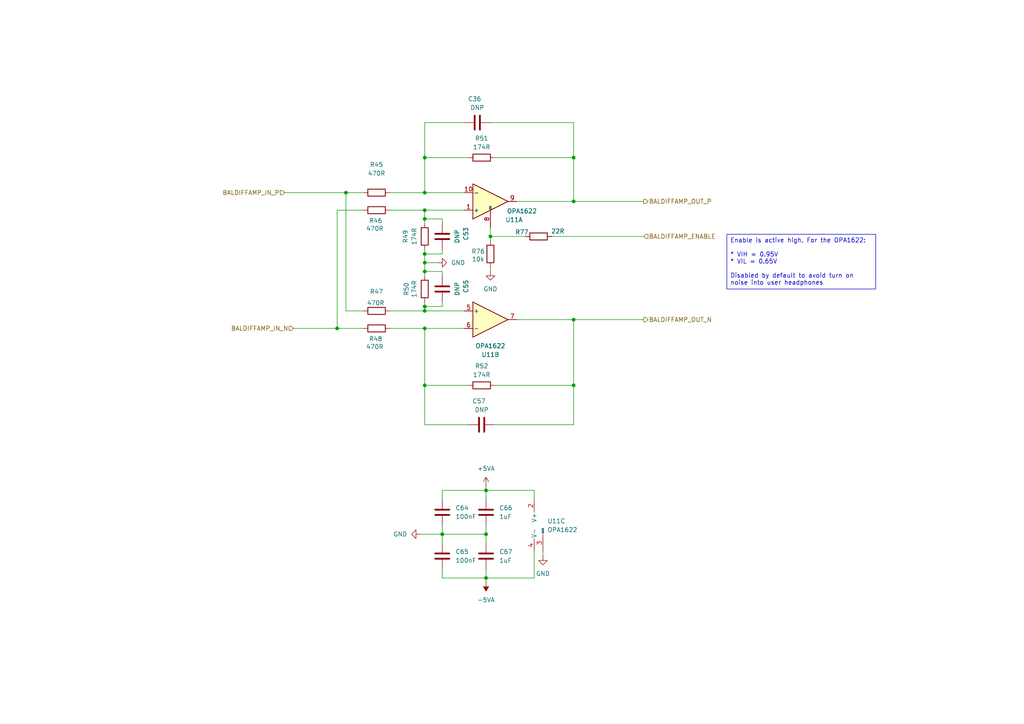
<source format=kicad_sch>
(kicad_sch
	(version 20231120)
	(generator "eeschema")
	(generator_version "8.0")
	(uuid "8b6d4ff7-9149-4277-9e1c-b15a7d3423ac")
	(paper "A4")
	(title_block
		(title "mahaudio HiFi DAC for RPi - Balanced Difference Amp")
		(date "2024-09-19")
		(rev "1")
		(company "mahaudio")
	)
	(lib_symbols
		(symbol "Amplifier_Audio:OPA1622"
			(pin_names
				(offset 0.127)
			)
			(exclude_from_sim no)
			(in_bom yes)
			(on_board yes)
			(property "Reference" "U"
				(at 3.81 6.35 0)
				(effects
					(font
						(size 1.27 1.27)
					)
					(justify left)
				)
			)
			(property "Value" "OPA1622"
				(at 3.81 3.81 0)
				(effects
					(font
						(size 1.27 1.27)
					)
					(justify left)
				)
			)
			(property "Footprint" "Package_SON:Texas_S-PVSON-N10"
				(at 0 -10.16 0)
				(effects
					(font
						(size 1.27 1.27)
					)
					(hide yes)
				)
			)
			(property "Datasheet" "http://www.ti.com/lit/ds/symlink/opa1622.pdf"
				(at 0 0 0)
				(effects
					(font
						(size 1.27 1.27)
					)
					(hide yes)
				)
			)
			(property "Description" "High-Fidelity, Bipolar-Input, Audio Operational Amplifier, VSON-10"
				(at 0 0 0)
				(effects
					(font
						(size 1.27 1.27)
					)
					(hide yes)
				)
			)
			(property "ki_locked" ""
				(at 0 0 0)
				(effects
					(font
						(size 1.27 1.27)
					)
				)
			)
			(property "ki_keywords" "dual opamp audio"
				(at 0 0 0)
				(effects
					(font
						(size 1.27 1.27)
					)
					(hide yes)
				)
			)
			(property "ki_fp_filters" "Texas*PVSON*"
				(at 0 0 0)
				(effects
					(font
						(size 1.27 1.27)
					)
					(hide yes)
				)
			)
			(symbol "OPA1622_1_1"
				(polyline
					(pts
						(xy -5.08 5.08) (xy 5.08 0) (xy -5.08 -5.08) (xy -5.08 5.08) (xy -5.08 5.08)
					)
					(stroke
						(width 0.254)
						(type default)
					)
					(fill
						(type background)
					)
				)
				(pin input line
					(at -7.62 2.54 0)
					(length 2.54)
					(name "+"
						(effects
							(font
								(size 1.27 1.27)
							)
						)
					)
					(number "1"
						(effects
							(font
								(size 1.27 1.27)
							)
						)
					)
				)
				(pin input line
					(at -7.62 -2.54 0)
					(length 2.54)
					(name "-"
						(effects
							(font
								(size 1.27 1.27)
							)
						)
					)
					(number "10"
						(effects
							(font
								(size 1.27 1.27)
							)
						)
					)
				)
				(pin input line
					(at 0 7.62 270)
					(length 5.08)
					(name "EN"
						(effects
							(font
								(size 0.508 0.508)
							)
						)
					)
					(number "8"
						(effects
							(font
								(size 1.27 1.27)
							)
						)
					)
				)
				(pin output line
					(at 7.62 0 180)
					(length 2.54)
					(name "~"
						(effects
							(font
								(size 1.27 1.27)
							)
						)
					)
					(number "9"
						(effects
							(font
								(size 1.27 1.27)
							)
						)
					)
				)
			)
			(symbol "OPA1622_2_1"
				(polyline
					(pts
						(xy -5.08 5.08) (xy 5.08 0) (xy -5.08 -5.08) (xy -5.08 5.08) (xy -5.08 5.08)
					)
					(stroke
						(width 0.254)
						(type default)
					)
					(fill
						(type background)
					)
				)
				(pin input line
					(at -7.62 2.54 0)
					(length 2.54)
					(name "+"
						(effects
							(font
								(size 1.27 1.27)
							)
						)
					)
					(number "5"
						(effects
							(font
								(size 1.27 1.27)
							)
						)
					)
				)
				(pin input line
					(at -7.62 -2.54 0)
					(length 2.54)
					(name "-"
						(effects
							(font
								(size 1.27 1.27)
							)
						)
					)
					(number "6"
						(effects
							(font
								(size 1.27 1.27)
							)
						)
					)
				)
				(pin output line
					(at 7.62 0 180)
					(length 2.54)
					(name "~"
						(effects
							(font
								(size 1.27 1.27)
							)
						)
					)
					(number "7"
						(effects
							(font
								(size 1.27 1.27)
							)
						)
					)
				)
			)
			(symbol "OPA1622_3_1"
				(pin passive line
					(at -2.54 -7.62 90)
					(length 3.81) hide
					(name "V-"
						(effects
							(font
								(size 1.27 1.27)
							)
						)
					)
					(number "11"
						(effects
							(font
								(size 1.27 1.27)
							)
						)
					)
				)
				(pin power_in line
					(at -2.54 7.62 270)
					(length 3.81)
					(name "V+"
						(effects
							(font
								(size 1.27 1.27)
							)
						)
					)
					(number "2"
						(effects
							(font
								(size 1.27 1.27)
							)
						)
					)
				)
				(pin power_in line
					(at 0 -7.62 90)
					(length 5.08)
					(name "GND"
						(effects
							(font
								(size 0.508 0.508)
							)
						)
					)
					(number "3"
						(effects
							(font
								(size 1.27 1.27)
							)
						)
					)
				)
				(pin power_in line
					(at -2.54 -7.62 90)
					(length 3.81)
					(name "V-"
						(effects
							(font
								(size 1.27 1.27)
							)
						)
					)
					(number "4"
						(effects
							(font
								(size 1.27 1.27)
							)
						)
					)
				)
			)
		)
		(symbol "Device:C"
			(pin_numbers hide)
			(pin_names
				(offset 0.254)
			)
			(exclude_from_sim no)
			(in_bom yes)
			(on_board yes)
			(property "Reference" "C"
				(at 0.635 2.54 0)
				(effects
					(font
						(size 1.27 1.27)
					)
					(justify left)
				)
			)
			(property "Value" "C"
				(at 0.635 -2.54 0)
				(effects
					(font
						(size 1.27 1.27)
					)
					(justify left)
				)
			)
			(property "Footprint" ""
				(at 0.9652 -3.81 0)
				(effects
					(font
						(size 1.27 1.27)
					)
					(hide yes)
				)
			)
			(property "Datasheet" "~"
				(at 0 0 0)
				(effects
					(font
						(size 1.27 1.27)
					)
					(hide yes)
				)
			)
			(property "Description" "Unpolarized capacitor"
				(at 0 0 0)
				(effects
					(font
						(size 1.27 1.27)
					)
					(hide yes)
				)
			)
			(property "ki_keywords" "cap capacitor"
				(at 0 0 0)
				(effects
					(font
						(size 1.27 1.27)
					)
					(hide yes)
				)
			)
			(property "ki_fp_filters" "C_*"
				(at 0 0 0)
				(effects
					(font
						(size 1.27 1.27)
					)
					(hide yes)
				)
			)
			(symbol "C_0_1"
				(polyline
					(pts
						(xy -2.032 -0.762) (xy 2.032 -0.762)
					)
					(stroke
						(width 0.508)
						(type default)
					)
					(fill
						(type none)
					)
				)
				(polyline
					(pts
						(xy -2.032 0.762) (xy 2.032 0.762)
					)
					(stroke
						(width 0.508)
						(type default)
					)
					(fill
						(type none)
					)
				)
			)
			(symbol "C_1_1"
				(pin passive line
					(at 0 3.81 270)
					(length 2.794)
					(name "~"
						(effects
							(font
								(size 1.27 1.27)
							)
						)
					)
					(number "1"
						(effects
							(font
								(size 1.27 1.27)
							)
						)
					)
				)
				(pin passive line
					(at 0 -3.81 90)
					(length 2.794)
					(name "~"
						(effects
							(font
								(size 1.27 1.27)
							)
						)
					)
					(number "2"
						(effects
							(font
								(size 1.27 1.27)
							)
						)
					)
				)
			)
		)
		(symbol "Device:R"
			(pin_numbers hide)
			(pin_names
				(offset 0)
			)
			(exclude_from_sim no)
			(in_bom yes)
			(on_board yes)
			(property "Reference" "R"
				(at 2.032 0 90)
				(effects
					(font
						(size 1.27 1.27)
					)
				)
			)
			(property "Value" "R"
				(at 0 0 90)
				(effects
					(font
						(size 1.27 1.27)
					)
				)
			)
			(property "Footprint" ""
				(at -1.778 0 90)
				(effects
					(font
						(size 1.27 1.27)
					)
					(hide yes)
				)
			)
			(property "Datasheet" "~"
				(at 0 0 0)
				(effects
					(font
						(size 1.27 1.27)
					)
					(hide yes)
				)
			)
			(property "Description" "Resistor"
				(at 0 0 0)
				(effects
					(font
						(size 1.27 1.27)
					)
					(hide yes)
				)
			)
			(property "ki_keywords" "R res resistor"
				(at 0 0 0)
				(effects
					(font
						(size 1.27 1.27)
					)
					(hide yes)
				)
			)
			(property "ki_fp_filters" "R_*"
				(at 0 0 0)
				(effects
					(font
						(size 1.27 1.27)
					)
					(hide yes)
				)
			)
			(symbol "R_0_1"
				(rectangle
					(start -1.016 -2.54)
					(end 1.016 2.54)
					(stroke
						(width 0.254)
						(type default)
					)
					(fill
						(type none)
					)
				)
			)
			(symbol "R_1_1"
				(pin passive line
					(at 0 3.81 270)
					(length 1.27)
					(name "~"
						(effects
							(font
								(size 1.27 1.27)
							)
						)
					)
					(number "1"
						(effects
							(font
								(size 1.27 1.27)
							)
						)
					)
				)
				(pin passive line
					(at 0 -3.81 90)
					(length 1.27)
					(name "~"
						(effects
							(font
								(size 1.27 1.27)
							)
						)
					)
					(number "2"
						(effects
							(font
								(size 1.27 1.27)
							)
						)
					)
				)
			)
		)
		(symbol "power:+12VA"
			(power)
			(pin_numbers hide)
			(pin_names
				(offset 0) hide)
			(exclude_from_sim no)
			(in_bom yes)
			(on_board yes)
			(property "Reference" "#PWR"
				(at 0 -3.81 0)
				(effects
					(font
						(size 1.27 1.27)
					)
					(hide yes)
				)
			)
			(property "Value" "+12VA"
				(at 0 3.556 0)
				(effects
					(font
						(size 1.27 1.27)
					)
				)
			)
			(property "Footprint" ""
				(at 0 0 0)
				(effects
					(font
						(size 1.27 1.27)
					)
					(hide yes)
				)
			)
			(property "Datasheet" ""
				(at 0 0 0)
				(effects
					(font
						(size 1.27 1.27)
					)
					(hide yes)
				)
			)
			(property "Description" "Power symbol creates a global label with name \"+12VA\""
				(at 0 0 0)
				(effects
					(font
						(size 1.27 1.27)
					)
					(hide yes)
				)
			)
			(property "ki_keywords" "global power"
				(at 0 0 0)
				(effects
					(font
						(size 1.27 1.27)
					)
					(hide yes)
				)
			)
			(symbol "+12VA_0_1"
				(polyline
					(pts
						(xy -0.762 1.27) (xy 0 2.54)
					)
					(stroke
						(width 0)
						(type default)
					)
					(fill
						(type none)
					)
				)
				(polyline
					(pts
						(xy 0 0) (xy 0 2.54)
					)
					(stroke
						(width 0)
						(type default)
					)
					(fill
						(type none)
					)
				)
				(polyline
					(pts
						(xy 0 2.54) (xy 0.762 1.27)
					)
					(stroke
						(width 0)
						(type default)
					)
					(fill
						(type none)
					)
				)
			)
			(symbol "+12VA_1_1"
				(pin power_in line
					(at 0 0 90)
					(length 0)
					(name "~"
						(effects
							(font
								(size 1.27 1.27)
							)
						)
					)
					(number "1"
						(effects
							(font
								(size 1.27 1.27)
							)
						)
					)
				)
			)
		)
		(symbol "power:-12VA"
			(power)
			(pin_numbers hide)
			(pin_names
				(offset 0) hide)
			(exclude_from_sim no)
			(in_bom yes)
			(on_board yes)
			(property "Reference" "#PWR"
				(at 0 -3.81 0)
				(effects
					(font
						(size 1.27 1.27)
					)
					(hide yes)
				)
			)
			(property "Value" "-12VA"
				(at 0 3.556 0)
				(effects
					(font
						(size 1.27 1.27)
					)
				)
			)
			(property "Footprint" ""
				(at 0 0 0)
				(effects
					(font
						(size 1.27 1.27)
					)
					(hide yes)
				)
			)
			(property "Datasheet" ""
				(at 0 0 0)
				(effects
					(font
						(size 1.27 1.27)
					)
					(hide yes)
				)
			)
			(property "Description" "Power symbol creates a global label with name \"-12VA\""
				(at 0 0 0)
				(effects
					(font
						(size 1.27 1.27)
					)
					(hide yes)
				)
			)
			(property "ki_keywords" "global power"
				(at 0 0 0)
				(effects
					(font
						(size 1.27 1.27)
					)
					(hide yes)
				)
			)
			(symbol "-12VA_0_0"
				(pin power_in line
					(at 0 0 90)
					(length 0)
					(name "~"
						(effects
							(font
								(size 1.27 1.27)
							)
						)
					)
					(number "1"
						(effects
							(font
								(size 1.27 1.27)
							)
						)
					)
				)
			)
			(symbol "-12VA_0_1"
				(polyline
					(pts
						(xy 0 0) (xy 0 1.27) (xy 0.762 1.27) (xy 0 2.54) (xy -0.762 1.27) (xy 0 1.27)
					)
					(stroke
						(width 0)
						(type default)
					)
					(fill
						(type outline)
					)
				)
			)
		)
		(symbol "power:GND"
			(power)
			(pin_numbers hide)
			(pin_names
				(offset 0) hide)
			(exclude_from_sim no)
			(in_bom yes)
			(on_board yes)
			(property "Reference" "#PWR"
				(at 0 -6.35 0)
				(effects
					(font
						(size 1.27 1.27)
					)
					(hide yes)
				)
			)
			(property "Value" "GND"
				(at 0 -3.81 0)
				(effects
					(font
						(size 1.27 1.27)
					)
				)
			)
			(property "Footprint" ""
				(at 0 0 0)
				(effects
					(font
						(size 1.27 1.27)
					)
					(hide yes)
				)
			)
			(property "Datasheet" ""
				(at 0 0 0)
				(effects
					(font
						(size 1.27 1.27)
					)
					(hide yes)
				)
			)
			(property "Description" "Power symbol creates a global label with name \"GND\" , ground"
				(at 0 0 0)
				(effects
					(font
						(size 1.27 1.27)
					)
					(hide yes)
				)
			)
			(property "ki_keywords" "global power"
				(at 0 0 0)
				(effects
					(font
						(size 1.27 1.27)
					)
					(hide yes)
				)
			)
			(symbol "GND_0_1"
				(polyline
					(pts
						(xy 0 0) (xy 0 -1.27) (xy 1.27 -1.27) (xy 0 -2.54) (xy -1.27 -1.27) (xy 0 -1.27)
					)
					(stroke
						(width 0)
						(type default)
					)
					(fill
						(type none)
					)
				)
			)
			(symbol "GND_1_1"
				(pin power_in line
					(at 0 0 270)
					(length 0)
					(name "~"
						(effects
							(font
								(size 1.27 1.27)
							)
						)
					)
					(number "1"
						(effects
							(font
								(size 1.27 1.27)
							)
						)
					)
				)
			)
		)
	)
	(junction
		(at 123.19 60.96)
		(diameter 0)
		(color 0 0 0 0)
		(uuid "0cda6b63-63d0-4652-8596-49c25b128e38")
	)
	(junction
		(at 100.33 55.88)
		(diameter 0)
		(color 0 0 0 0)
		(uuid "126a06c9-38b2-4d84-ac08-ee374112a7b4")
	)
	(junction
		(at 123.19 55.88)
		(diameter 0)
		(color 0 0 0 0)
		(uuid "1caa4dc3-1cae-4b08-abc4-a1a86bead847")
	)
	(junction
		(at 123.19 88.9)
		(diameter 0)
		(color 0 0 0 0)
		(uuid "2112a806-7a4e-40fd-baf6-3de461f51086")
	)
	(junction
		(at 123.19 78.74)
		(diameter 0)
		(color 0 0 0 0)
		(uuid "544dca89-eb3b-478f-a2ba-1f4f0890162d")
	)
	(junction
		(at 97.79 95.25)
		(diameter 0)
		(color 0 0 0 0)
		(uuid "5d571e21-033e-4dc6-a885-f6a4ca3204ab")
	)
	(junction
		(at 123.19 76.2)
		(diameter 0)
		(color 0 0 0 0)
		(uuid "725d6403-a45c-49fc-afd7-0bb3d1335040")
	)
	(junction
		(at 140.97 154.94)
		(diameter 0)
		(color 0 0 0 0)
		(uuid "76295e9c-b877-4cf3-bd9c-6f53b010216c")
	)
	(junction
		(at 123.19 63.5)
		(diameter 0)
		(color 0 0 0 0)
		(uuid "8824c7cd-42cd-489f-a1f8-55d9a3caffc2")
	)
	(junction
		(at 142.24 68.58)
		(diameter 0)
		(color 0 0 0 0)
		(uuid "8b0301e2-d89a-4f3c-8af4-d65ebfa5d1a9")
	)
	(junction
		(at 166.37 111.76)
		(diameter 0)
		(color 0 0 0 0)
		(uuid "8f5dcedd-f1f0-4f98-ab38-999c7cf5e059")
	)
	(junction
		(at 123.19 45.72)
		(diameter 0)
		(color 0 0 0 0)
		(uuid "9f877e0c-b2b1-4183-b149-d765b036c68a")
	)
	(junction
		(at 123.19 95.25)
		(diameter 0)
		(color 0 0 0 0)
		(uuid "ac7a9ec6-2189-4e33-8030-e825a35d8595")
	)
	(junction
		(at 140.97 167.64)
		(diameter 0)
		(color 0 0 0 0)
		(uuid "bdb2f6a0-4891-43d9-923d-ed7e3a66caf3")
	)
	(junction
		(at 123.19 90.17)
		(diameter 0)
		(color 0 0 0 0)
		(uuid "bfbb7e64-2333-402c-bbdb-87eea8499578")
	)
	(junction
		(at 123.19 73.66)
		(diameter 0)
		(color 0 0 0 0)
		(uuid "cfe4ac62-ef69-41e8-83a6-7dcee606dc02")
	)
	(junction
		(at 140.97 142.24)
		(diameter 0)
		(color 0 0 0 0)
		(uuid "d4162ad3-b354-46cd-ae47-e65e7fa39b47")
	)
	(junction
		(at 123.19 111.76)
		(diameter 0)
		(color 0 0 0 0)
		(uuid "e4a0c55d-97bb-4754-9ba8-8f5695e85f43")
	)
	(junction
		(at 166.37 58.42)
		(diameter 0)
		(color 0 0 0 0)
		(uuid "e4c20958-b2c6-4a6c-9c53-9152cc10b2a6")
	)
	(junction
		(at 128.27 154.94)
		(diameter 0)
		(color 0 0 0 0)
		(uuid "e50e8793-5289-437f-adf4-cf5cde27d6af")
	)
	(junction
		(at 166.37 92.71)
		(diameter 0)
		(color 0 0 0 0)
		(uuid "e84d6aa5-a687-407f-880b-56747c9477d2")
	)
	(junction
		(at 166.37 45.72)
		(diameter 0)
		(color 0 0 0 0)
		(uuid "ffe407b3-ad47-4ccd-b508-0f783898898c")
	)
	(wire
		(pts
			(xy 123.19 72.39) (xy 123.19 73.66)
		)
		(stroke
			(width 0)
			(type default)
		)
		(uuid "08f5c203-1c4e-433e-b4c4-0aa31c99ef71")
	)
	(wire
		(pts
			(xy 100.33 55.88) (xy 105.41 55.88)
		)
		(stroke
			(width 0)
			(type default)
		)
		(uuid "0dbbe4ad-c5ba-428d-a646-4ee2f6d885cf")
	)
	(wire
		(pts
			(xy 113.03 55.88) (xy 123.19 55.88)
		)
		(stroke
			(width 0)
			(type default)
		)
		(uuid "0dd8b411-4950-471b-a9dc-fcda25a57c81")
	)
	(wire
		(pts
			(xy 123.19 35.56) (xy 123.19 45.72)
		)
		(stroke
			(width 0)
			(type default)
		)
		(uuid "0f2acc06-eadd-4360-9781-fc8dbd4a77ec")
	)
	(wire
		(pts
			(xy 123.19 78.74) (xy 123.19 80.01)
		)
		(stroke
			(width 0)
			(type default)
		)
		(uuid "0fef3a07-8e7b-4054-8013-04205865b03e")
	)
	(wire
		(pts
			(xy 149.86 58.42) (xy 166.37 58.42)
		)
		(stroke
			(width 0)
			(type default)
		)
		(uuid "158d38c5-bb4f-4b43-9e66-ec7999e11da9")
	)
	(wire
		(pts
			(xy 128.27 73.66) (xy 123.19 73.66)
		)
		(stroke
			(width 0)
			(type default)
		)
		(uuid "2061408f-656d-4cf4-8936-0c2d335a0b6a")
	)
	(wire
		(pts
			(xy 154.94 142.24) (xy 154.94 144.78)
		)
		(stroke
			(width 0)
			(type default)
		)
		(uuid "21e1ecbc-90c5-4a16-b90e-ed434241610e")
	)
	(wire
		(pts
			(xy 166.37 111.76) (xy 166.37 92.71)
		)
		(stroke
			(width 0)
			(type default)
		)
		(uuid "250f8626-b8a1-4d16-98aa-045b730e58e1")
	)
	(wire
		(pts
			(xy 123.19 76.2) (xy 123.19 78.74)
		)
		(stroke
			(width 0)
			(type default)
		)
		(uuid "28e74755-fc14-4bea-bab8-03b88f83bbcb")
	)
	(wire
		(pts
			(xy 123.19 95.25) (xy 134.62 95.25)
		)
		(stroke
			(width 0)
			(type default)
		)
		(uuid "2a3e55ea-eaeb-46d6-a61e-aaec3ca0a211")
	)
	(wire
		(pts
			(xy 140.97 142.24) (xy 140.97 144.78)
		)
		(stroke
			(width 0)
			(type default)
		)
		(uuid "35801d20-e28d-4706-af99-08b01bf9379d")
	)
	(wire
		(pts
			(xy 142.24 66.04) (xy 142.24 68.58)
		)
		(stroke
			(width 0)
			(type default)
		)
		(uuid "3be61b93-e704-43ba-8106-54d42928c6d1")
	)
	(wire
		(pts
			(xy 100.33 90.17) (xy 105.41 90.17)
		)
		(stroke
			(width 0)
			(type default)
		)
		(uuid "3bef95d8-26e2-4215-939f-c7c23a57ab07")
	)
	(wire
		(pts
			(xy 128.27 78.74) (xy 123.19 78.74)
		)
		(stroke
			(width 0)
			(type default)
		)
		(uuid "3f53c51d-8ec1-4669-b92b-9b6f14b4cb87")
	)
	(wire
		(pts
			(xy 123.19 88.9) (xy 123.19 90.17)
		)
		(stroke
			(width 0)
			(type default)
		)
		(uuid "3fa8b644-714a-4a61-9213-602df9ddd2cc")
	)
	(wire
		(pts
			(xy 85.09 95.25) (xy 97.79 95.25)
		)
		(stroke
			(width 0)
			(type default)
		)
		(uuid "429b8c15-2d79-4b19-a420-2387cdce50fa")
	)
	(wire
		(pts
			(xy 123.19 90.17) (xy 134.62 90.17)
		)
		(stroke
			(width 0)
			(type default)
		)
		(uuid "47e97099-24c3-4dfd-8749-fa121e9c7c9d")
	)
	(wire
		(pts
			(xy 166.37 45.72) (xy 143.51 45.72)
		)
		(stroke
			(width 0)
			(type default)
		)
		(uuid "4e203850-232e-4bbb-8c26-c04c40548483")
	)
	(wire
		(pts
			(xy 140.97 142.24) (xy 154.94 142.24)
		)
		(stroke
			(width 0)
			(type default)
		)
		(uuid "51d63381-cd38-483f-9272-7495950daa54")
	)
	(wire
		(pts
			(xy 123.19 87.63) (xy 123.19 88.9)
		)
		(stroke
			(width 0)
			(type default)
		)
		(uuid "543f3059-d7da-4290-99c1-08256d14c8c6")
	)
	(wire
		(pts
			(xy 123.19 55.88) (xy 134.62 55.88)
		)
		(stroke
			(width 0)
			(type default)
		)
		(uuid "54b3ea75-e684-4a1f-a7ab-08252b0f06e5")
	)
	(wire
		(pts
			(xy 140.97 165.1) (xy 140.97 167.64)
		)
		(stroke
			(width 0)
			(type default)
		)
		(uuid "593ddc7b-0134-4053-a9df-cbe80f605731")
	)
	(wire
		(pts
			(xy 123.19 111.76) (xy 135.89 111.76)
		)
		(stroke
			(width 0)
			(type default)
		)
		(uuid "5e734983-21dc-4978-b1f7-1d40c1b749d1")
	)
	(wire
		(pts
			(xy 128.27 154.94) (xy 140.97 154.94)
		)
		(stroke
			(width 0)
			(type default)
		)
		(uuid "5f83a68d-f00b-4fb2-b805-73949d1cc429")
	)
	(wire
		(pts
			(xy 128.27 64.77) (xy 128.27 63.5)
		)
		(stroke
			(width 0)
			(type default)
		)
		(uuid "624a6cc0-5a51-4a7d-890a-e6cd1be5d11c")
	)
	(wire
		(pts
			(xy 142.24 68.58) (xy 152.4 68.58)
		)
		(stroke
			(width 0)
			(type default)
		)
		(uuid "63626c4f-5b64-4600-ad69-73f0764fca90")
	)
	(wire
		(pts
			(xy 140.97 154.94) (xy 140.97 157.48)
		)
		(stroke
			(width 0)
			(type default)
		)
		(uuid "63ecdaaf-0291-4744-ac82-24f9724a682b")
	)
	(wire
		(pts
			(xy 128.27 72.39) (xy 128.27 73.66)
		)
		(stroke
			(width 0)
			(type default)
		)
		(uuid "63f335fb-2484-438a-895f-ed69808564f5")
	)
	(wire
		(pts
			(xy 97.79 60.96) (xy 105.41 60.96)
		)
		(stroke
			(width 0)
			(type default)
		)
		(uuid "670484fa-8e6f-489c-90a1-93125eadbf86")
	)
	(wire
		(pts
			(xy 154.94 167.64) (xy 154.94 160.02)
		)
		(stroke
			(width 0)
			(type default)
		)
		(uuid "7277c730-d635-4c17-88a5-49712926c25a")
	)
	(wire
		(pts
			(xy 100.33 55.88) (xy 100.33 90.17)
		)
		(stroke
			(width 0)
			(type default)
		)
		(uuid "74461b1d-1dee-4d22-9f04-44bafb2468f5")
	)
	(wire
		(pts
			(xy 128.27 167.64) (xy 140.97 167.64)
		)
		(stroke
			(width 0)
			(type default)
		)
		(uuid "7ac6880f-e53f-46dd-8139-45802293030e")
	)
	(wire
		(pts
			(xy 123.19 63.5) (xy 123.19 60.96)
		)
		(stroke
			(width 0)
			(type default)
		)
		(uuid "7b2bcc17-db0f-41fe-ab23-948c05b8579b")
	)
	(wire
		(pts
			(xy 113.03 90.17) (xy 123.19 90.17)
		)
		(stroke
			(width 0)
			(type default)
		)
		(uuid "81e4dc19-d6e1-4452-8a57-f245d9866a0c")
	)
	(wire
		(pts
			(xy 143.51 123.19) (xy 166.37 123.19)
		)
		(stroke
			(width 0)
			(type default)
		)
		(uuid "82c6b88d-e0c5-4b89-aae3-e4783ef88e17")
	)
	(wire
		(pts
			(xy 140.97 168.91) (xy 140.97 167.64)
		)
		(stroke
			(width 0)
			(type default)
		)
		(uuid "8323902d-ff9b-4629-b8e0-756b8c52d00f")
	)
	(wire
		(pts
			(xy 123.19 35.56) (xy 134.62 35.56)
		)
		(stroke
			(width 0)
			(type default)
		)
		(uuid "89e548c5-5d7b-42f3-be0c-6ced58f99081")
	)
	(wire
		(pts
			(xy 128.27 144.78) (xy 128.27 142.24)
		)
		(stroke
			(width 0)
			(type default)
		)
		(uuid "8a82881b-380b-4fcc-9476-fb9ced29d9bf")
	)
	(wire
		(pts
			(xy 142.24 69.85) (xy 142.24 68.58)
		)
		(stroke
			(width 0)
			(type default)
		)
		(uuid "8b17af57-20df-49d1-be30-f483d24d95d8")
	)
	(wire
		(pts
			(xy 123.19 76.2) (xy 127 76.2)
		)
		(stroke
			(width 0)
			(type default)
		)
		(uuid "8c0d5637-f509-46dc-8896-13d011c95e47")
	)
	(wire
		(pts
			(xy 166.37 35.56) (xy 166.37 45.72)
		)
		(stroke
			(width 0)
			(type default)
		)
		(uuid "925f6011-5cd1-4e3e-982e-c8ec95267d4b")
	)
	(wire
		(pts
			(xy 142.24 77.47) (xy 142.24 78.74)
		)
		(stroke
			(width 0)
			(type default)
		)
		(uuid "92d5b3fb-01c2-4541-b21a-ff89c89379ac")
	)
	(wire
		(pts
			(xy 142.24 35.56) (xy 166.37 35.56)
		)
		(stroke
			(width 0)
			(type default)
		)
		(uuid "99b97f1c-382f-4b25-a43a-7461873ec403")
	)
	(wire
		(pts
			(xy 123.19 88.9) (xy 128.27 88.9)
		)
		(stroke
			(width 0)
			(type default)
		)
		(uuid "9c647e85-2d5c-4cfd-9090-b2ea42d5b8ed")
	)
	(wire
		(pts
			(xy 123.19 60.96) (xy 134.62 60.96)
		)
		(stroke
			(width 0)
			(type default)
		)
		(uuid "9d339029-6346-4503-8551-22007e69ba0a")
	)
	(wire
		(pts
			(xy 143.51 111.76) (xy 166.37 111.76)
		)
		(stroke
			(width 0)
			(type default)
		)
		(uuid "9e83d1eb-fbc2-4e56-8aab-a267dc6bf2fe")
	)
	(wire
		(pts
			(xy 128.27 80.01) (xy 128.27 78.74)
		)
		(stroke
			(width 0)
			(type default)
		)
		(uuid "a015ec53-8d5b-469c-a2d8-0e2897d1e061")
	)
	(wire
		(pts
			(xy 140.97 140.97) (xy 140.97 142.24)
		)
		(stroke
			(width 0)
			(type default)
		)
		(uuid "a165fe7f-5494-49c6-858f-8d561dfb637f")
	)
	(wire
		(pts
			(xy 123.19 73.66) (xy 123.19 76.2)
		)
		(stroke
			(width 0)
			(type default)
		)
		(uuid "a19ab1b6-aee3-4347-9142-754af8cab401")
	)
	(wire
		(pts
			(xy 166.37 92.71) (xy 186.69 92.71)
		)
		(stroke
			(width 0)
			(type default)
		)
		(uuid "a57d0892-cf07-4375-8996-dc4b074df6a7")
	)
	(wire
		(pts
			(xy 160.02 68.58) (xy 186.69 68.58)
		)
		(stroke
			(width 0)
			(type default)
		)
		(uuid "a63cc82c-6370-40a9-b229-76024849fc34")
	)
	(wire
		(pts
			(xy 123.19 64.77) (xy 123.19 63.5)
		)
		(stroke
			(width 0)
			(type default)
		)
		(uuid "acedec87-059b-4ad4-8f85-640da70644cb")
	)
	(wire
		(pts
			(xy 113.03 60.96) (xy 123.19 60.96)
		)
		(stroke
			(width 0)
			(type default)
		)
		(uuid "aeec9fd0-ea9b-4bfb-af0d-0a2f9a06cf62")
	)
	(wire
		(pts
			(xy 128.27 165.1) (xy 128.27 167.64)
		)
		(stroke
			(width 0)
			(type default)
		)
		(uuid "be2b3e0e-43a1-4320-901d-ff67d7990731")
	)
	(wire
		(pts
			(xy 140.97 167.64) (xy 154.94 167.64)
		)
		(stroke
			(width 0)
			(type default)
		)
		(uuid "c0aae785-13be-47a2-954e-2baab75a693c")
	)
	(wire
		(pts
			(xy 121.92 154.94) (xy 128.27 154.94)
		)
		(stroke
			(width 0)
			(type default)
		)
		(uuid "c38991ea-09c5-4f4b-bde5-d44edc6df9af")
	)
	(wire
		(pts
			(xy 113.03 95.25) (xy 123.19 95.25)
		)
		(stroke
			(width 0)
			(type default)
		)
		(uuid "c7f82af8-b42d-4235-9dc2-1debcb4e2aee")
	)
	(wire
		(pts
			(xy 123.19 123.19) (xy 123.19 111.76)
		)
		(stroke
			(width 0)
			(type default)
		)
		(uuid "ca3e9275-8e65-495a-ba97-ac6afa059cef")
	)
	(wire
		(pts
			(xy 123.19 55.88) (xy 123.19 45.72)
		)
		(stroke
			(width 0)
			(type default)
		)
		(uuid "d12dd7b8-d9c3-4908-8f7b-29efbcd3ee68")
	)
	(wire
		(pts
			(xy 128.27 154.94) (xy 128.27 157.48)
		)
		(stroke
			(width 0)
			(type default)
		)
		(uuid "d1abfd6b-309b-4a95-a92f-a8172bc43a0f")
	)
	(wire
		(pts
			(xy 157.48 160.02) (xy 157.48 161.29)
		)
		(stroke
			(width 0)
			(type default)
		)
		(uuid "d5e2fc6b-ffe7-40a3-9b6c-627c3011ec10")
	)
	(wire
		(pts
			(xy 135.89 123.19) (xy 123.19 123.19)
		)
		(stroke
			(width 0)
			(type default)
		)
		(uuid "da642470-3c13-4d80-aef5-2abc7d3fc01e")
	)
	(wire
		(pts
			(xy 82.55 55.88) (xy 100.33 55.88)
		)
		(stroke
			(width 0)
			(type default)
		)
		(uuid "de3bf21a-f899-4a64-8f7b-8192a07636e4")
	)
	(wire
		(pts
			(xy 97.79 95.25) (xy 105.41 95.25)
		)
		(stroke
			(width 0)
			(type default)
		)
		(uuid "e1c18b9a-65d7-48b2-8c5e-a97af57e6dbd")
	)
	(wire
		(pts
			(xy 166.37 45.72) (xy 166.37 58.42)
		)
		(stroke
			(width 0)
			(type default)
		)
		(uuid "e1f74613-0819-4e8e-9db8-15950783d472")
	)
	(wire
		(pts
			(xy 166.37 58.42) (xy 186.69 58.42)
		)
		(stroke
			(width 0)
			(type default)
		)
		(uuid "e2678797-b91d-4c94-94b5-d85b953aaf49")
	)
	(wire
		(pts
			(xy 123.19 45.72) (xy 135.89 45.72)
		)
		(stroke
			(width 0)
			(type default)
		)
		(uuid "e42ea0e6-547d-4826-8be2-6c1d911dde32")
	)
	(wire
		(pts
			(xy 149.86 92.71) (xy 166.37 92.71)
		)
		(stroke
			(width 0)
			(type default)
		)
		(uuid "e8abb07f-81b1-4c93-8d39-8d821d6cdaca")
	)
	(wire
		(pts
			(xy 97.79 60.96) (xy 97.79 95.25)
		)
		(stroke
			(width 0)
			(type default)
		)
		(uuid "ee2b36ce-1d72-4748-afa6-5321d7da182b")
	)
	(wire
		(pts
			(xy 140.97 152.4) (xy 140.97 154.94)
		)
		(stroke
			(width 0)
			(type default)
		)
		(uuid "f1abd7de-4281-4fad-a0ad-5f8b241fc246")
	)
	(wire
		(pts
			(xy 128.27 87.63) (xy 128.27 88.9)
		)
		(stroke
			(width 0)
			(type default)
		)
		(uuid "f4181f46-304f-44be-9eec-39f07e639992")
	)
	(wire
		(pts
			(xy 128.27 152.4) (xy 128.27 154.94)
		)
		(stroke
			(width 0)
			(type default)
		)
		(uuid "fd891960-bb73-492f-be12-bb4429ca9c35")
	)
	(wire
		(pts
			(xy 123.19 95.25) (xy 123.19 111.76)
		)
		(stroke
			(width 0)
			(type default)
		)
		(uuid "feae071c-746f-4a75-b80f-39d413197e89")
	)
	(wire
		(pts
			(xy 128.27 142.24) (xy 140.97 142.24)
		)
		(stroke
			(width 0)
			(type default)
		)
		(uuid "fef3896a-9a6b-495e-a82b-8f9203999aa9")
	)
	(wire
		(pts
			(xy 166.37 123.19) (xy 166.37 111.76)
		)
		(stroke
			(width 0)
			(type default)
		)
		(uuid "ff1d225a-ba64-42c4-90f7-33061a697a05")
	)
	(wire
		(pts
			(xy 128.27 63.5) (xy 123.19 63.5)
		)
		(stroke
			(width 0)
			(type default)
		)
		(uuid "ff95cf13-9727-4db1-b650-70b84c37f1ed")
	)
	(text_box "Enable is active high. For the OPA1622:\n\n* VIH = 0.95V\n* VIL = 0.65V\n\nDisabled by default to avoid turn on noise into user headphones"
		(exclude_from_sim no)
		(at 210.82 67.945 0)
		(size 43.18 15.875)
		(stroke
			(width 0)
			(type default)
		)
		(fill
			(type none)
		)
		(effects
			(font
				(size 1.27 1.27)
			)
			(justify left top)
		)
		(uuid "71cd521a-8ef1-4812-846a-326a93ef159f")
	)
	(hierarchical_label "BALDIFFAMP_ENABLE"
		(shape input)
		(at 186.69 68.58 0)
		(effects
			(font
				(size 1.27 1.27)
			)
			(justify left)
		)
		(uuid "0d45e57a-76e4-48d7-a4b2-cf8f7db1ce22")
	)
	(hierarchical_label "BALDIFFAMP_IN_N"
		(shape input)
		(at 85.09 95.25 180)
		(effects
			(font
				(size 1.27 1.27)
			)
			(justify right)
		)
		(uuid "26c461ff-5cc8-48a5-a3f6-17b015c3595b")
	)
	(hierarchical_label "BALDIFFAMP_IN_P"
		(shape input)
		(at 82.55 55.88 180)
		(effects
			(font
				(size 1.27 1.27)
			)
			(justify right)
		)
		(uuid "3a3956d5-eeff-4def-b8a8-fc287e315b60")
	)
	(hierarchical_label "BALDIFFAMP_OUT_N"
		(shape output)
		(at 186.69 92.71 0)
		(effects
			(font
				(size 1.27 1.27)
			)
			(justify left)
		)
		(uuid "a3f5fd57-fec1-475f-91b2-c36948e5256a")
	)
	(hierarchical_label "BALDIFFAMP_OUT_P"
		(shape output)
		(at 186.69 58.42 0)
		(effects
			(font
				(size 1.27 1.27)
			)
			(justify left)
		)
		(uuid "cfca8f11-536a-42f1-9a71-3257f8f0ec35")
	)
	(symbol
		(lib_id "Device:R")
		(at 139.7 45.72 90)
		(unit 1)
		(exclude_from_sim no)
		(in_bom yes)
		(on_board yes)
		(dnp no)
		(uuid "01afae62-edac-40bc-a394-d7171fbab7d1")
		(property "Reference" "R51"
			(at 139.7 40.132 90)
			(effects
				(font
					(size 1.27 1.27)
				)
			)
		)
		(property "Value" "174R"
			(at 139.7 42.672 90)
			(effects
				(font
					(size 1.27 1.27)
				)
			)
		)
		(property "Footprint" "Resistor_SMD:R_0402_1005Metric_Pad0.72x0.64mm_HandSolder"
			(at 139.7 47.498 90)
			(effects
				(font
					(size 1.27 1.27)
				)
				(hide yes)
			)
		)
		(property "Datasheet" "~"
			(at 139.7 45.72 0)
			(effects
				(font
					(size 1.27 1.27)
				)
				(hide yes)
			)
		)
		(property "Description" "Resistor"
			(at 139.7 45.72 0)
			(effects
				(font
					(size 1.27 1.27)
				)
				(hide yes)
			)
		)
		(property "Tolerance" "0.1%"
			(at 139.7 45.72 0)
			(effects
				(font
					(size 1.27 1.27)
				)
				(hide yes)
			)
		)
		(property "LCSC Part #" "C852566"
			(at 139.7 45.72 0)
			(effects
				(font
					(size 1.27 1.27)
				)
				(hide yes)
			)
		)
		(pin "1"
			(uuid "167eb66a-d756-4ddd-8f2b-20d502611ec1")
		)
		(pin "2"
			(uuid "b978993e-299d-4b0c-b306-b7d1a4f1c3de")
		)
		(instances
			(project "mhd314"
				(path "/afee45fc-2361-4efb-9cde-757fc2efd57b/913309c3-489c-42b3-afc6-179d92cffcea/1a7c2388-0e9a-4978-b565-aab0f7919656"
					(reference "R51")
					(unit 1)
				)
				(path "/afee45fc-2361-4efb-9cde-757fc2efd57b/913309c3-489c-42b3-afc6-179d92cffcea/9f9c7045-f919-4646-b118-b603b053c849"
					(reference "R37")
					(unit 1)
				)
			)
		)
	)
	(symbol
		(lib_id "Device:C")
		(at 128.27 148.59 0)
		(unit 1)
		(exclude_from_sim no)
		(in_bom yes)
		(on_board yes)
		(dnp no)
		(fields_autoplaced yes)
		(uuid "061dab6b-a0dd-4d1d-9b3c-c909e6663ee7")
		(property "Reference" "C64"
			(at 132.08 147.3199 0)
			(effects
				(font
					(size 1.27 1.27)
				)
				(justify left)
			)
		)
		(property "Value" "100nF"
			(at 132.08 149.8599 0)
			(effects
				(font
					(size 1.27 1.27)
				)
				(justify left)
			)
		)
		(property "Footprint" "Capacitor_SMD:C_0402_1005Metric_Pad0.74x0.62mm_HandSolder"
			(at 129.2352 152.4 0)
			(effects
				(font
					(size 1.27 1.27)
				)
				(hide yes)
			)
		)
		(property "Datasheet" "~"
			(at 128.27 148.59 0)
			(effects
				(font
					(size 1.27 1.27)
				)
				(hide yes)
			)
		)
		(property "Description" "Unpolarized capacitor"
			(at 128.27 148.59 0)
			(effects
				(font
					(size 1.27 1.27)
				)
				(hide yes)
			)
		)
		(property "Tolerance" "10%"
			(at 128.27 148.59 0)
			(effects
				(font
					(size 1.27 1.27)
				)
				(hide yes)
			)
		)
		(property "Voltage" "16V"
			(at 128.27 148.59 0)
			(effects
				(font
					(size 1.27 1.27)
				)
				(hide yes)
			)
		)
		(property "LCSC Part #" "C1525"
			(at 128.27 148.59 0)
			(effects
				(font
					(size 1.27 1.27)
				)
				(hide yes)
			)
		)
		(pin "1"
			(uuid "7df9762f-1359-416b-8567-92ebec375421")
		)
		(pin "2"
			(uuid "7cf72809-54c5-4bbe-80b3-d754913199b1")
		)
		(instances
			(project "mhd314"
				(path "/afee45fc-2361-4efb-9cde-757fc2efd57b/913309c3-489c-42b3-afc6-179d92cffcea/1a7c2388-0e9a-4978-b565-aab0f7919656"
					(reference "C64")
					(unit 1)
				)
				(path "/afee45fc-2361-4efb-9cde-757fc2efd57b/913309c3-489c-42b3-afc6-179d92cffcea/9f9c7045-f919-4646-b118-b603b053c849"
					(reference "C60")
					(unit 1)
				)
			)
		)
	)
	(symbol
		(lib_id "Device:C")
		(at 138.43 35.56 90)
		(unit 1)
		(exclude_from_sim no)
		(in_bom yes)
		(on_board yes)
		(dnp no)
		(uuid "0b1d5643-d67c-4cb1-8a6e-842ca6a7df03")
		(property "Reference" "C35"
			(at 137.668 28.702 90)
			(effects
				(font
					(size 1.27 1.27)
				)
			)
		)
		(property "Value" "DNP"
			(at 138.43 31.242 90)
			(effects
				(font
					(size 1.27 1.27)
				)
			)
		)
		(property "Footprint" "Capacitor_SMD:C_0603_1608Metric_Pad1.08x0.95mm_HandSolder"
			(at 142.24 34.5948 0)
			(effects
				(font
					(size 1.27 1.27)
				)
				(hide yes)
			)
		)
		(property "Datasheet" "~"
			(at 138.43 35.56 0)
			(effects
				(font
					(size 1.27 1.27)
				)
				(hide yes)
			)
		)
		(property "Description" "Unpolarized capacitor"
			(at 138.43 35.56 0)
			(effects
				(font
					(size 1.27 1.27)
				)
				(hide yes)
			)
		)
		(property "Tolerance" "10%"
			(at 138.43 35.56 0)
			(effects
				(font
					(size 1.27 1.27)
				)
				(hide yes)
			)
		)
		(property "Voltage" "50V"
			(at 138.43 35.56 0)
			(effects
				(font
					(size 1.27 1.27)
				)
				(hide yes)
			)
		)
		(property "LCSC Part #" ""
			(at 138.43 35.56 0)
			(effects
				(font
					(size 1.27 1.27)
				)
				(hide yes)
			)
		)
		(pin "2"
			(uuid "33d0afd6-2c4c-406a-8c55-0401f0f021e9")
		)
		(pin "1"
			(uuid "01cfa86c-b0ee-4c83-9646-06b5a0eb5d55")
		)
		(instances
			(project "mhd314"
				(path "/afee45fc-2361-4efb-9cde-757fc2efd57b/913309c3-489c-42b3-afc6-179d92cffcea/1a7c2388-0e9a-4978-b565-aab0f7919656"
					(reference "C36")
					(unit 1)
				)
				(path "/afee45fc-2361-4efb-9cde-757fc2efd57b/913309c3-489c-42b3-afc6-179d92cffcea/9f9c7045-f919-4646-b118-b603b053c849"
					(reference "C35")
					(unit 1)
				)
			)
		)
	)
	(symbol
		(lib_id "Amplifier_Audio:OPA1622")
		(at 142.24 92.71 0)
		(unit 2)
		(exclude_from_sim no)
		(in_bom yes)
		(on_board yes)
		(dnp no)
		(fields_autoplaced yes)
		(uuid "104be8c5-06bc-44aa-ac62-8ad3cf6bbdf4")
		(property "Reference" "U11"
			(at 142.24 102.87 0)
			(effects
				(font
					(size 1.27 1.27)
				)
			)
		)
		(property "Value" "OPA1622"
			(at 142.24 100.33 0)
			(effects
				(font
					(size 1.27 1.27)
				)
			)
		)
		(property "Footprint" "Package_SON:Texas_S-PVSON-N10"
			(at 142.24 102.87 0)
			(effects
				(font
					(size 1.27 1.27)
				)
				(hide yes)
			)
		)
		(property "Datasheet" "http://www.ti.com/lit/ds/symlink/opa1622.pdf"
			(at 142.24 92.71 0)
			(effects
				(font
					(size 1.27 1.27)
				)
				(hide yes)
			)
		)
		(property "Description" "High-Fidelity, Bipolar-Input, Audio Operational Amplifier, VSON-10"
			(at 142.24 92.71 0)
			(effects
				(font
					(size 1.27 1.27)
				)
				(hide yes)
			)
		)
		(property "LCSC Part #" "C2876559"
			(at 142.24 92.71 0)
			(effects
				(font
					(size 1.27 1.27)
				)
				(hide yes)
			)
		)
		(pin "4"
			(uuid "41506405-5059-487d-8f4f-d95957b202c4")
		)
		(pin "1"
			(uuid "9e182f65-e719-4c8e-869c-d24ccf2f6835")
		)
		(pin "2"
			(uuid "0103e695-15e3-4f42-bd56-069873d30e14")
		)
		(pin "10"
			(uuid "33f8b25a-12a8-4a21-9b0e-50a25613651e")
		)
		(pin "3"
			(uuid "f341d2c9-a6f2-4045-81de-69a52575eff1")
		)
		(pin "8"
			(uuid "580670e2-a221-4adc-9a55-dd31a51343e8")
		)
		(pin "6"
			(uuid "5363beb3-fb00-4827-ac06-c6c4ef62c664")
		)
		(pin "9"
			(uuid "bfdefe60-449e-4758-ad2a-afca943d75f5")
		)
		(pin "11"
			(uuid "2cbeaf91-ea13-4099-bd70-49c92146888f")
		)
		(pin "7"
			(uuid "bae445b0-4a99-48ec-9c2e-bfffe597eceb")
		)
		(pin "5"
			(uuid "00a94ce4-9162-4bbf-9c81-c0efd97d626b")
		)
		(instances
			(project "mhd314"
				(path "/afee45fc-2361-4efb-9cde-757fc2efd57b/913309c3-489c-42b3-afc6-179d92cffcea/1a7c2388-0e9a-4978-b565-aab0f7919656"
					(reference "U11")
					(unit 2)
				)
				(path "/afee45fc-2361-4efb-9cde-757fc2efd57b/913309c3-489c-42b3-afc6-179d92cffcea/9f9c7045-f919-4646-b118-b603b053c849"
					(reference "U4")
					(unit 2)
				)
			)
		)
	)
	(symbol
		(lib_id "Device:C")
		(at 140.97 148.59 0)
		(unit 1)
		(exclude_from_sim no)
		(in_bom yes)
		(on_board yes)
		(dnp no)
		(fields_autoplaced yes)
		(uuid "11b3dd6c-30f1-48e5-82da-5f25fd9e558f")
		(property "Reference" "C66"
			(at 144.78 147.3199 0)
			(effects
				(font
					(size 1.27 1.27)
				)
				(justify left)
			)
		)
		(property "Value" "1uF"
			(at 144.78 149.8599 0)
			(effects
				(font
					(size 1.27 1.27)
				)
				(justify left)
			)
		)
		(property "Footprint" "Capacitor_SMD:C_0603_1608Metric_Pad1.08x0.95mm_HandSolder"
			(at 141.9352 152.4 0)
			(effects
				(font
					(size 1.27 1.27)
				)
				(hide yes)
			)
		)
		(property "Datasheet" "~"
			(at 140.97 148.59 0)
			(effects
				(font
					(size 1.27 1.27)
				)
				(hide yes)
			)
		)
		(property "Description" "Unpolarized capacitor"
			(at 140.97 148.59 0)
			(effects
				(font
					(size 1.27 1.27)
				)
				(hide yes)
			)
		)
		(property "Tolerance" "10%"
			(at 140.97 148.59 0)
			(effects
				(font
					(size 1.27 1.27)
				)
				(hide yes)
			)
		)
		(property "Voltage" "16V"
			(at 140.97 148.59 0)
			(effects
				(font
					(size 1.27 1.27)
				)
				(hide yes)
			)
		)
		(property "LCSC Part #" "C15849"
			(at 140.97 148.59 0)
			(effects
				(font
					(size 1.27 1.27)
				)
				(hide yes)
			)
		)
		(pin "1"
			(uuid "1874eda7-fcb9-4995-b1ae-19876a4924ec")
		)
		(pin "2"
			(uuid "75ebbfe6-24fb-49b7-8f9c-ed2dea201b94")
		)
		(instances
			(project "mhd314"
				(path "/afee45fc-2361-4efb-9cde-757fc2efd57b/913309c3-489c-42b3-afc6-179d92cffcea/1a7c2388-0e9a-4978-b565-aab0f7919656"
					(reference "C66")
					(unit 1)
				)
				(path "/afee45fc-2361-4efb-9cde-757fc2efd57b/913309c3-489c-42b3-afc6-179d92cffcea/9f9c7045-f919-4646-b118-b603b053c849"
					(reference "C62")
					(unit 1)
				)
			)
		)
	)
	(symbol
		(lib_id "power:GND")
		(at 121.92 154.94 270)
		(unit 1)
		(exclude_from_sim no)
		(in_bom yes)
		(on_board yes)
		(dnp no)
		(fields_autoplaced yes)
		(uuid "1fe24c6a-f651-4c8e-99a8-11ecca6e71f4")
		(property "Reference" "#PWR092"
			(at 115.57 154.94 0)
			(effects
				(font
					(size 1.27 1.27)
				)
				(hide yes)
			)
		)
		(property "Value" "GND"
			(at 118.11 154.9399 90)
			(effects
				(font
					(size 1.27 1.27)
				)
				(justify right)
			)
		)
		(property "Footprint" ""
			(at 121.92 154.94 0)
			(effects
				(font
					(size 1.27 1.27)
				)
				(hide yes)
			)
		)
		(property "Datasheet" ""
			(at 121.92 154.94 0)
			(effects
				(font
					(size 1.27 1.27)
				)
				(hide yes)
			)
		)
		(property "Description" "Power symbol creates a global label with name \"GND\" , ground"
			(at 121.92 154.94 0)
			(effects
				(font
					(size 1.27 1.27)
				)
				(hide yes)
			)
		)
		(pin "1"
			(uuid "76cc4455-ac3d-46ac-bc49-d367798314d2")
		)
		(instances
			(project "mhd314"
				(path "/afee45fc-2361-4efb-9cde-757fc2efd57b/913309c3-489c-42b3-afc6-179d92cffcea/1a7c2388-0e9a-4978-b565-aab0f7919656"
					(reference "#PWR092")
					(unit 1)
				)
				(path "/afee45fc-2361-4efb-9cde-757fc2efd57b/913309c3-489c-42b3-afc6-179d92cffcea/9f9c7045-f919-4646-b118-b603b053c849"
					(reference "#PWR029")
					(unit 1)
				)
			)
		)
	)
	(symbol
		(lib_id "Device:R")
		(at 109.22 60.96 90)
		(unit 1)
		(exclude_from_sim no)
		(in_bom yes)
		(on_board yes)
		(dnp no)
		(uuid "2c273ee3-cd52-4e99-a3e1-004c85a56658")
		(property "Reference" "R46"
			(at 108.966 64.008 90)
			(effects
				(font
					(size 1.27 1.27)
				)
			)
		)
		(property "Value" "470R"
			(at 108.712 66.294 90)
			(effects
				(font
					(size 1.27 1.27)
				)
			)
		)
		(property "Footprint" "Resistor_SMD:R_0402_1005Metric_Pad0.72x0.64mm_HandSolder"
			(at 109.22 62.738 90)
			(effects
				(font
					(size 1.27 1.27)
				)
				(hide yes)
			)
		)
		(property "Datasheet" "~"
			(at 109.22 60.96 0)
			(effects
				(font
					(size 1.27 1.27)
				)
				(hide yes)
			)
		)
		(property "Description" "Resistor"
			(at 109.22 60.96 0)
			(effects
				(font
					(size 1.27 1.27)
				)
				(hide yes)
			)
		)
		(property "Tolerance" "0.1%"
			(at 109.22 60.96 0)
			(effects
				(font
					(size 1.27 1.27)
				)
				(hide yes)
			)
		)
		(property "LCSC Part #" "C445590"
			(at 109.22 60.96 0)
			(effects
				(font
					(size 1.27 1.27)
				)
				(hide yes)
			)
		)
		(pin "1"
			(uuid "1b3e6880-3c1c-4795-93f6-42445ab44334")
		)
		(pin "2"
			(uuid "8c1bd89f-1113-4e87-8e98-e0605b22639e")
		)
		(instances
			(project "mhd314"
				(path "/afee45fc-2361-4efb-9cde-757fc2efd57b/913309c3-489c-42b3-afc6-179d92cffcea/1a7c2388-0e9a-4978-b565-aab0f7919656"
					(reference "R46")
					(unit 1)
				)
				(path "/afee45fc-2361-4efb-9cde-757fc2efd57b/913309c3-489c-42b3-afc6-179d92cffcea/9f9c7045-f919-4646-b118-b603b053c849"
					(reference "R36")
					(unit 1)
				)
			)
		)
	)
	(symbol
		(lib_id "Device:C")
		(at 128.27 83.82 0)
		(unit 1)
		(exclude_from_sim no)
		(in_bom yes)
		(on_board yes)
		(dnp no)
		(uuid "33668427-2f82-4822-9011-b75a0e6b95f5")
		(property "Reference" "C54"
			(at 135.128 83.058 90)
			(effects
				(font
					(size 1.27 1.27)
				)
			)
		)
		(property "Value" "DNP"
			(at 132.588 83.82 90)
			(effects
				(font
					(size 1.27 1.27)
				)
			)
		)
		(property "Footprint" "Capacitor_SMD:C_0603_1608Metric_Pad1.08x0.95mm_HandSolder"
			(at 129.2352 87.63 0)
			(effects
				(font
					(size 1.27 1.27)
				)
				(hide yes)
			)
		)
		(property "Datasheet" "~"
			(at 128.27 83.82 0)
			(effects
				(font
					(size 1.27 1.27)
				)
				(hide yes)
			)
		)
		(property "Description" "Unpolarized capacitor"
			(at 128.27 83.82 0)
			(effects
				(font
					(size 1.27 1.27)
				)
				(hide yes)
			)
		)
		(property "Tolerance" "10%"
			(at 128.27 83.82 0)
			(effects
				(font
					(size 1.27 1.27)
				)
				(hide yes)
			)
		)
		(property "Voltage" "50V"
			(at 128.27 83.82 0)
			(effects
				(font
					(size 1.27 1.27)
				)
				(hide yes)
			)
		)
		(property "LCSC Part #" ""
			(at 128.27 83.82 0)
			(effects
				(font
					(size 1.27 1.27)
				)
				(hide yes)
			)
		)
		(pin "2"
			(uuid "d5b191e0-6319-4323-adbb-b87772a6b5af")
		)
		(pin "1"
			(uuid "bbbb28f3-bc7d-4ca6-83fc-ef5484e5a834")
		)
		(instances
			(project "mhd314"
				(path "/afee45fc-2361-4efb-9cde-757fc2efd57b/913309c3-489c-42b3-afc6-179d92cffcea/1a7c2388-0e9a-4978-b565-aab0f7919656"
					(reference "C55")
					(unit 1)
				)
				(path "/afee45fc-2361-4efb-9cde-757fc2efd57b/913309c3-489c-42b3-afc6-179d92cffcea/9f9c7045-f919-4646-b118-b603b053c849"
					(reference "C54")
					(unit 1)
				)
			)
		)
	)
	(symbol
		(lib_id "Device:R")
		(at 109.22 95.25 90)
		(unit 1)
		(exclude_from_sim no)
		(in_bom yes)
		(on_board yes)
		(dnp no)
		(uuid "5c636a49-4373-4aaa-a1c2-2585cce4c471")
		(property "Reference" "R48"
			(at 108.966 98.298 90)
			(effects
				(font
					(size 1.27 1.27)
				)
			)
		)
		(property "Value" "470R"
			(at 108.712 100.584 90)
			(effects
				(font
					(size 1.27 1.27)
				)
			)
		)
		(property "Footprint" "Resistor_SMD:R_0402_1005Metric_Pad0.72x0.64mm_HandSolder"
			(at 109.22 97.028 90)
			(effects
				(font
					(size 1.27 1.27)
				)
				(hide yes)
			)
		)
		(property "Datasheet" "~"
			(at 109.22 95.25 0)
			(effects
				(font
					(size 1.27 1.27)
				)
				(hide yes)
			)
		)
		(property "Description" "Resistor"
			(at 109.22 95.25 0)
			(effects
				(font
					(size 1.27 1.27)
				)
				(hide yes)
			)
		)
		(property "Tolerance" "0.1%"
			(at 109.22 95.25 0)
			(effects
				(font
					(size 1.27 1.27)
				)
				(hide yes)
			)
		)
		(property "LCSC Part #" "C445590"
			(at 109.22 95.25 0)
			(effects
				(font
					(size 1.27 1.27)
				)
				(hide yes)
			)
		)
		(pin "1"
			(uuid "c8f2776e-7ece-4c1b-b7fb-9eda9c15d60a")
		)
		(pin "2"
			(uuid "70942221-1119-474a-b2c0-2d004a18b2f5")
		)
		(instances
			(project "mhd314"
				(path "/afee45fc-2361-4efb-9cde-757fc2efd57b/913309c3-489c-42b3-afc6-179d92cffcea/1a7c2388-0e9a-4978-b565-aab0f7919656"
					(reference "R48")
					(unit 1)
				)
				(path "/afee45fc-2361-4efb-9cde-757fc2efd57b/913309c3-489c-42b3-afc6-179d92cffcea/9f9c7045-f919-4646-b118-b603b053c849"
					(reference "R40")
					(unit 1)
				)
			)
		)
	)
	(symbol
		(lib_id "Amplifier_Audio:OPA1622")
		(at 157.48 152.4 0)
		(unit 3)
		(exclude_from_sim no)
		(in_bom yes)
		(on_board yes)
		(dnp no)
		(fields_autoplaced yes)
		(uuid "5d07e628-f487-4a44-b0d4-9a402d5cf48d")
		(property "Reference" "U11"
			(at 158.75 151.1299 0)
			(effects
				(font
					(size 1.27 1.27)
				)
				(justify left)
			)
		)
		(property "Value" "OPA1622"
			(at 158.75 153.6699 0)
			(effects
				(font
					(size 1.27 1.27)
				)
				(justify left)
			)
		)
		(property "Footprint" "Package_SON:Texas_S-PVSON-N10"
			(at 157.48 162.56 0)
			(effects
				(font
					(size 1.27 1.27)
				)
				(hide yes)
			)
		)
		(property "Datasheet" "http://www.ti.com/lit/ds/symlink/opa1622.pdf"
			(at 157.48 152.4 0)
			(effects
				(font
					(size 1.27 1.27)
				)
				(hide yes)
			)
		)
		(property "Description" "High-Fidelity, Bipolar-Input, Audio Operational Amplifier, VSON-10"
			(at 157.48 152.4 0)
			(effects
				(font
					(size 1.27 1.27)
				)
				(hide yes)
			)
		)
		(property "LCSC Part #" "C2876559"
			(at 157.48 152.4 0)
			(effects
				(font
					(size 1.27 1.27)
				)
				(hide yes)
			)
		)
		(pin "4"
			(uuid "e0782190-5e24-40f0-92cd-e56d145de4d6")
		)
		(pin "1"
			(uuid "9e182f65-e719-4c8e-869c-d24ccf2f6837")
		)
		(pin "2"
			(uuid "7a5c771c-fcc3-4ead-9d83-d5fc2996d4ea")
		)
		(pin "10"
			(uuid "33f8b25a-12a8-4a21-9b0e-50a256136520")
		)
		(pin "3"
			(uuid "b148ed31-90b9-4427-8c85-7ec1d3161135")
		)
		(pin "8"
			(uuid "580670e2-a221-4adc-9a55-dd31a51343ea")
		)
		(pin "6"
			(uuid "ef5d7ae5-3621-43d1-a898-08c0b7dc3431")
		)
		(pin "9"
			(uuid "bfdefe60-449e-4758-ad2a-afca943d75f7")
		)
		(pin "11"
			(uuid "f9b93c31-b475-4de4-b7e3-d07afd8c045a")
		)
		(pin "7"
			(uuid "7bef2358-dd8a-4c84-91a1-fddde8a14535")
		)
		(pin "5"
			(uuid "8c6f5eb8-a1fe-4e5e-a24b-fb93fbcff262")
		)
		(instances
			(project "mhd314"
				(path "/afee45fc-2361-4efb-9cde-757fc2efd57b/913309c3-489c-42b3-afc6-179d92cffcea/1a7c2388-0e9a-4978-b565-aab0f7919656"
					(reference "U11")
					(unit 3)
				)
				(path "/afee45fc-2361-4efb-9cde-757fc2efd57b/913309c3-489c-42b3-afc6-179d92cffcea/9f9c7045-f919-4646-b118-b603b053c849"
					(reference "U4")
					(unit 3)
				)
			)
		)
	)
	(symbol
		(lib_id "Device:C")
		(at 128.27 161.29 0)
		(unit 1)
		(exclude_from_sim no)
		(in_bom yes)
		(on_board yes)
		(dnp no)
		(fields_autoplaced yes)
		(uuid "74dcae8c-c018-4b39-bf9b-7d777cc0ce70")
		(property "Reference" "C65"
			(at 132.08 160.0199 0)
			(effects
				(font
					(size 1.27 1.27)
				)
				(justify left)
			)
		)
		(property "Value" "100nF"
			(at 132.08 162.5599 0)
			(effects
				(font
					(size 1.27 1.27)
				)
				(justify left)
			)
		)
		(property "Footprint" "Capacitor_SMD:C_0402_1005Metric_Pad0.74x0.62mm_HandSolder"
			(at 129.2352 165.1 0)
			(effects
				(font
					(size 1.27 1.27)
				)
				(hide yes)
			)
		)
		(property "Datasheet" "~"
			(at 128.27 161.29 0)
			(effects
				(font
					(size 1.27 1.27)
				)
				(hide yes)
			)
		)
		(property "Description" "Unpolarized capacitor"
			(at 128.27 161.29 0)
			(effects
				(font
					(size 1.27 1.27)
				)
				(hide yes)
			)
		)
		(property "Tolerance" "10%"
			(at 128.27 161.29 0)
			(effects
				(font
					(size 1.27 1.27)
				)
				(hide yes)
			)
		)
		(property "Voltage" "16V"
			(at 128.27 161.29 0)
			(effects
				(font
					(size 1.27 1.27)
				)
				(hide yes)
			)
		)
		(property "LCSC Part #" "C1525"
			(at 128.27 161.29 0)
			(effects
				(font
					(size 1.27 1.27)
				)
				(hide yes)
			)
		)
		(pin "1"
			(uuid "db47b340-d23b-41a9-890a-f2efb41424ab")
		)
		(pin "2"
			(uuid "150f7bf6-fc0b-456a-8bc9-f6ec77e1e270")
		)
		(instances
			(project "mhd314"
				(path "/afee45fc-2361-4efb-9cde-757fc2efd57b/913309c3-489c-42b3-afc6-179d92cffcea/1a7c2388-0e9a-4978-b565-aab0f7919656"
					(reference "C65")
					(unit 1)
				)
				(path "/afee45fc-2361-4efb-9cde-757fc2efd57b/913309c3-489c-42b3-afc6-179d92cffcea/9f9c7045-f919-4646-b118-b603b053c849"
					(reference "C61")
					(unit 1)
				)
			)
		)
	)
	(symbol
		(lib_id "power:-12VA")
		(at 140.97 168.91 180)
		(unit 1)
		(exclude_from_sim no)
		(in_bom yes)
		(on_board yes)
		(dnp no)
		(fields_autoplaced yes)
		(uuid "7fc799ec-9c1e-434e-9afe-303b0fe69206")
		(property "Reference" "#PWR094"
			(at 140.97 165.1 0)
			(effects
				(font
					(size 1.27 1.27)
				)
				(hide yes)
			)
		)
		(property "Value" "-5VA"
			(at 140.97 173.99 0)
			(effects
				(font
					(size 1.27 1.27)
				)
			)
		)
		(property "Footprint" ""
			(at 140.97 168.91 0)
			(effects
				(font
					(size 1.27 1.27)
				)
				(hide yes)
			)
		)
		(property "Datasheet" ""
			(at 140.97 168.91 0)
			(effects
				(font
					(size 1.27 1.27)
				)
				(hide yes)
			)
		)
		(property "Description" "Power symbol creates a global label with name \"-12VA\""
			(at 140.97 168.91 0)
			(effects
				(font
					(size 1.27 1.27)
				)
				(hide yes)
			)
		)
		(pin "1"
			(uuid "bfcfbb31-c4a4-41ce-a001-11632e2431de")
		)
		(instances
			(project "mhd314"
				(path "/afee45fc-2361-4efb-9cde-757fc2efd57b/913309c3-489c-42b3-afc6-179d92cffcea/1a7c2388-0e9a-4978-b565-aab0f7919656"
					(reference "#PWR094")
					(unit 1)
				)
				(path "/afee45fc-2361-4efb-9cde-757fc2efd57b/913309c3-489c-42b3-afc6-179d92cffcea/9f9c7045-f919-4646-b118-b603b053c849"
					(reference "#PWR090")
					(unit 1)
				)
			)
		)
	)
	(symbol
		(lib_id "Device:R")
		(at 123.19 83.82 180)
		(unit 1)
		(exclude_from_sim no)
		(in_bom yes)
		(on_board yes)
		(dnp no)
		(uuid "812a18ad-b810-448f-8f7b-4838fab66e48")
		(property "Reference" "R50"
			(at 117.856 83.82 90)
			(effects
				(font
					(size 1.27 1.27)
				)
			)
		)
		(property "Value" "174R"
			(at 120.142 83.82 90)
			(effects
				(font
					(size 1.27 1.27)
				)
			)
		)
		(property "Footprint" "Resistor_SMD:R_0402_1005Metric_Pad0.72x0.64mm_HandSolder"
			(at 124.968 83.82 90)
			(effects
				(font
					(size 1.27 1.27)
				)
				(hide yes)
			)
		)
		(property "Datasheet" "~"
			(at 123.19 83.82 0)
			(effects
				(font
					(size 1.27 1.27)
				)
				(hide yes)
			)
		)
		(property "Description" "Resistor"
			(at 123.19 83.82 0)
			(effects
				(font
					(size 1.27 1.27)
				)
				(hide yes)
			)
		)
		(property "Tolerance" "0.1%"
			(at 123.19 83.82 0)
			(effects
				(font
					(size 1.27 1.27)
				)
				(hide yes)
			)
		)
		(property "LCSC Part #" "C852566"
			(at 123.19 83.82 0)
			(effects
				(font
					(size 1.27 1.27)
				)
				(hide yes)
			)
		)
		(pin "1"
			(uuid "8c7940fa-7005-48a0-9303-f5cab1b35464")
		)
		(pin "2"
			(uuid "ec0c7768-f98f-472b-b218-9862fe460302")
		)
		(instances
			(project "mhd314"
				(path "/afee45fc-2361-4efb-9cde-757fc2efd57b/913309c3-489c-42b3-afc6-179d92cffcea/1a7c2388-0e9a-4978-b565-aab0f7919656"
					(reference "R50")
					(unit 1)
				)
				(path "/afee45fc-2361-4efb-9cde-757fc2efd57b/913309c3-489c-42b3-afc6-179d92cffcea/9f9c7045-f919-4646-b118-b603b053c849"
					(reference "R41")
					(unit 1)
				)
			)
		)
	)
	(symbol
		(lib_id "Amplifier_Audio:OPA1622")
		(at 142.24 58.42 0)
		(mirror x)
		(unit 1)
		(exclude_from_sim no)
		(in_bom yes)
		(on_board yes)
		(dnp no)
		(uuid "8512c180-ca4e-4634-b8fb-c5f9d9eef7cb")
		(property "Reference" "U11"
			(at 149.098 63.754 0)
			(effects
				(font
					(size 1.27 1.27)
				)
			)
		)
		(property "Value" "OPA1622"
			(at 151.384 61.214 0)
			(effects
				(font
					(size 1.27 1.27)
				)
			)
		)
		(property "Footprint" "Package_SON:Texas_S-PVSON-N10"
			(at 142.24 48.26 0)
			(effects
				(font
					(size 1.27 1.27)
				)
				(hide yes)
			)
		)
		(property "Datasheet" "http://www.ti.com/lit/ds/symlink/opa1622.pdf"
			(at 142.24 58.42 0)
			(effects
				(font
					(size 1.27 1.27)
				)
				(hide yes)
			)
		)
		(property "Description" "High-Fidelity, Bipolar-Input, Audio Operational Amplifier, VSON-10"
			(at 142.24 58.42 0)
			(effects
				(font
					(size 1.27 1.27)
				)
				(hide yes)
			)
		)
		(property "LCSC Part #" "C2876559"
			(at 142.24 58.42 0)
			(effects
				(font
					(size 1.27 1.27)
				)
				(hide yes)
			)
		)
		(pin "4"
			(uuid "41506405-5059-487d-8f4f-d95957b202c5")
		)
		(pin "1"
			(uuid "65996423-fde6-472c-a5d3-bfd2c0c51223")
		)
		(pin "2"
			(uuid "0103e695-15e3-4f42-bd56-069873d30e15")
		)
		(pin "10"
			(uuid "10a714f9-7bd2-4470-8153-3de6c7ddb759")
		)
		(pin "3"
			(uuid "f341d2c9-a6f2-4045-81de-69a52575eff2")
		)
		(pin "8"
			(uuid "e9772874-fe39-4e14-888b-a3401952c174")
		)
		(pin "6"
			(uuid "ef5d7ae5-3621-43d1-a898-08c0b7dc3430")
		)
		(pin "9"
			(uuid "b5878a99-1a1b-42ed-9c7e-4d2786099562")
		)
		(pin "11"
			(uuid "2cbeaf91-ea13-4099-bd70-49c921468890")
		)
		(pin "7"
			(uuid "7bef2358-dd8a-4c84-91a1-fddde8a14534")
		)
		(pin "5"
			(uuid "8c6f5eb8-a1fe-4e5e-a24b-fb93fbcff261")
		)
		(instances
			(project "mhd314"
				(path "/afee45fc-2361-4efb-9cde-757fc2efd57b/913309c3-489c-42b3-afc6-179d92cffcea/1a7c2388-0e9a-4978-b565-aab0f7919656"
					(reference "U11")
					(unit 1)
				)
				(path "/afee45fc-2361-4efb-9cde-757fc2efd57b/913309c3-489c-42b3-afc6-179d92cffcea/9f9c7045-f919-4646-b118-b603b053c849"
					(reference "U4")
					(unit 1)
				)
			)
		)
	)
	(symbol
		(lib_id "Device:R")
		(at 142.24 73.66 180)
		(unit 1)
		(exclude_from_sim no)
		(in_bom yes)
		(on_board yes)
		(dnp no)
		(uuid "8541b092-e9e5-4afd-a3ed-4df15d1b6c64")
		(property "Reference" "R76"
			(at 138.684 72.898 0)
			(effects
				(font
					(size 1.27 1.27)
				)
			)
		)
		(property "Value" "10k"
			(at 138.684 75.184 0)
			(effects
				(font
					(size 1.27 1.27)
				)
			)
		)
		(property "Footprint" "Resistor_SMD:R_0402_1005Metric_Pad0.72x0.64mm_HandSolder"
			(at 144.018 73.66 90)
			(effects
				(font
					(size 1.27 1.27)
				)
				(hide yes)
			)
		)
		(property "Datasheet" "~"
			(at 142.24 73.66 0)
			(effects
				(font
					(size 1.27 1.27)
				)
				(hide yes)
			)
		)
		(property "Description" "Resistor"
			(at 142.24 73.66 0)
			(effects
				(font
					(size 1.27 1.27)
				)
				(hide yes)
			)
		)
		(property "Tolerance" "5%"
			(at 142.24 73.66 0)
			(effects
				(font
					(size 1.27 1.27)
				)
				(hide yes)
			)
		)
		(property "LCSC Part #" "C25744"
			(at 142.24 73.66 0)
			(effects
				(font
					(size 1.27 1.27)
				)
				(hide yes)
			)
		)
		(pin "2"
			(uuid "f22f444a-a277-4de5-a931-8c3f61b51f4b")
		)
		(pin "1"
			(uuid "c23eeeb1-8ee2-437e-966b-41a345521a4f")
		)
		(instances
			(project "mhd314"
				(path "/afee45fc-2361-4efb-9cde-757fc2efd57b/913309c3-489c-42b3-afc6-179d92cffcea/1a7c2388-0e9a-4978-b565-aab0f7919656"
					(reference "R76")
					(unit 1)
				)
				(path "/afee45fc-2361-4efb-9cde-757fc2efd57b/913309c3-489c-42b3-afc6-179d92cffcea/9f9c7045-f919-4646-b118-b603b053c849"
					(reference "R74")
					(unit 1)
				)
			)
		)
	)
	(symbol
		(lib_id "Device:C")
		(at 128.27 68.58 0)
		(unit 1)
		(exclude_from_sim no)
		(in_bom yes)
		(on_board yes)
		(dnp no)
		(uuid "985891c6-e26c-43e9-9b7e-eb42ce1abd13")
		(property "Reference" "C52"
			(at 135.128 67.818 90)
			(effects
				(font
					(size 1.27 1.27)
				)
			)
		)
		(property "Value" "DNP"
			(at 132.588 68.58 90)
			(effects
				(font
					(size 1.27 1.27)
				)
			)
		)
		(property "Footprint" "Capacitor_SMD:C_0603_1608Metric_Pad1.08x0.95mm_HandSolder"
			(at 129.2352 72.39 0)
			(effects
				(font
					(size 1.27 1.27)
				)
				(hide yes)
			)
		)
		(property "Datasheet" "~"
			(at 128.27 68.58 0)
			(effects
				(font
					(size 1.27 1.27)
				)
				(hide yes)
			)
		)
		(property "Description" "Unpolarized capacitor"
			(at 128.27 68.58 0)
			(effects
				(font
					(size 1.27 1.27)
				)
				(hide yes)
			)
		)
		(property "Tolerance" "10%"
			(at 128.27 68.58 0)
			(effects
				(font
					(size 1.27 1.27)
				)
				(hide yes)
			)
		)
		(property "Voltage" "50V"
			(at 128.27 68.58 0)
			(effects
				(font
					(size 1.27 1.27)
				)
				(hide yes)
			)
		)
		(property "LCSC Part #" ""
			(at 128.27 68.58 0)
			(effects
				(font
					(size 1.27 1.27)
				)
				(hide yes)
			)
		)
		(pin "2"
			(uuid "5dd3c068-9ec7-4cc0-8c49-c92a92e50361")
		)
		(pin "1"
			(uuid "e1327157-de83-4dbd-a5c9-201b9eb80e42")
		)
		(instances
			(project "mhd314"
				(path "/afee45fc-2361-4efb-9cde-757fc2efd57b/913309c3-489c-42b3-afc6-179d92cffcea/1a7c2388-0e9a-4978-b565-aab0f7919656"
					(reference "C53")
					(unit 1)
				)
				(path "/afee45fc-2361-4efb-9cde-757fc2efd57b/913309c3-489c-42b3-afc6-179d92cffcea/9f9c7045-f919-4646-b118-b603b053c849"
					(reference "C52")
					(unit 1)
				)
			)
		)
	)
	(symbol
		(lib_id "power:GND")
		(at 127 76.2 90)
		(unit 1)
		(exclude_from_sim no)
		(in_bom yes)
		(on_board yes)
		(dnp no)
		(fields_autoplaced yes)
		(uuid "9de74dda-775a-4d79-8557-0f1d3325a381")
		(property "Reference" "#PWR047"
			(at 133.35 76.2 0)
			(effects
				(font
					(size 1.27 1.27)
				)
				(hide yes)
			)
		)
		(property "Value" "GND"
			(at 130.81 76.1999 90)
			(effects
				(font
					(size 1.27 1.27)
				)
				(justify right)
			)
		)
		(property "Footprint" ""
			(at 127 76.2 0)
			(effects
				(font
					(size 1.27 1.27)
				)
				(hide yes)
			)
		)
		(property "Datasheet" ""
			(at 127 76.2 0)
			(effects
				(font
					(size 1.27 1.27)
				)
				(hide yes)
			)
		)
		(property "Description" "Power symbol creates a global label with name \"GND\" , ground"
			(at 127 76.2 0)
			(effects
				(font
					(size 1.27 1.27)
				)
				(hide yes)
			)
		)
		(pin "1"
			(uuid "4f6cd709-177d-429c-bcef-8a5e051a8481")
		)
		(instances
			(project "mhd314"
				(path "/afee45fc-2361-4efb-9cde-757fc2efd57b/913309c3-489c-42b3-afc6-179d92cffcea/1a7c2388-0e9a-4978-b565-aab0f7919656"
					(reference "#PWR047")
					(unit 1)
				)
				(path "/afee45fc-2361-4efb-9cde-757fc2efd57b/913309c3-489c-42b3-afc6-179d92cffcea/9f9c7045-f919-4646-b118-b603b053c849"
					(reference "#PWR046")
					(unit 1)
				)
			)
		)
	)
	(symbol
		(lib_id "Device:C")
		(at 139.7 123.19 90)
		(unit 1)
		(exclude_from_sim no)
		(in_bom yes)
		(on_board yes)
		(dnp no)
		(uuid "a201d399-7cf1-4a9a-b90c-f6699ef34ce3")
		(property "Reference" "C56"
			(at 138.938 116.332 90)
			(effects
				(font
					(size 1.27 1.27)
				)
			)
		)
		(property "Value" "DNP"
			(at 139.7 118.872 90)
			(effects
				(font
					(size 1.27 1.27)
				)
			)
		)
		(property "Footprint" "Capacitor_SMD:C_0603_1608Metric_Pad1.08x0.95mm_HandSolder"
			(at 143.51 122.2248 0)
			(effects
				(font
					(size 1.27 1.27)
				)
				(hide yes)
			)
		)
		(property "Datasheet" "~"
			(at 139.7 123.19 0)
			(effects
				(font
					(size 1.27 1.27)
				)
				(hide yes)
			)
		)
		(property "Description" "Unpolarized capacitor"
			(at 139.7 123.19 0)
			(effects
				(font
					(size 1.27 1.27)
				)
				(hide yes)
			)
		)
		(property "Tolerance" "10%"
			(at 139.7 123.19 0)
			(effects
				(font
					(size 1.27 1.27)
				)
				(hide yes)
			)
		)
		(property "Voltage" "50V"
			(at 139.7 123.19 0)
			(effects
				(font
					(size 1.27 1.27)
				)
				(hide yes)
			)
		)
		(property "LCSC Part #" ""
			(at 139.7 123.19 0)
			(effects
				(font
					(size 1.27 1.27)
				)
				(hide yes)
			)
		)
		(pin "2"
			(uuid "5301069a-b544-44e7-a32e-70e6e69d2f3e")
		)
		(pin "1"
			(uuid "42edfc43-448f-4940-a99e-37949c08417b")
		)
		(instances
			(project "mhd314"
				(path "/afee45fc-2361-4efb-9cde-757fc2efd57b/913309c3-489c-42b3-afc6-179d92cffcea/1a7c2388-0e9a-4978-b565-aab0f7919656"
					(reference "C57")
					(unit 1)
				)
				(path "/afee45fc-2361-4efb-9cde-757fc2efd57b/913309c3-489c-42b3-afc6-179d92cffcea/9f9c7045-f919-4646-b118-b603b053c849"
					(reference "C56")
					(unit 1)
				)
			)
		)
	)
	(symbol
		(lib_id "power:+12VA")
		(at 140.97 140.97 0)
		(unit 1)
		(exclude_from_sim no)
		(in_bom yes)
		(on_board yes)
		(dnp no)
		(fields_autoplaced yes)
		(uuid "a67fbf9d-dc66-410b-a2a8-69056c51a75e")
		(property "Reference" "#PWR093"
			(at 140.97 144.78 0)
			(effects
				(font
					(size 1.27 1.27)
				)
				(hide yes)
			)
		)
		(property "Value" "+5VA"
			(at 140.97 135.89 0)
			(effects
				(font
					(size 1.27 1.27)
				)
			)
		)
		(property "Footprint" ""
			(at 140.97 140.97 0)
			(effects
				(font
					(size 1.27 1.27)
				)
				(hide yes)
			)
		)
		(property "Datasheet" ""
			(at 140.97 140.97 0)
			(effects
				(font
					(size 1.27 1.27)
				)
				(hide yes)
			)
		)
		(property "Description" "Power symbol creates a global label with name \"+12VA\""
			(at 140.97 140.97 0)
			(effects
				(font
					(size 1.27 1.27)
				)
				(hide yes)
			)
		)
		(pin "1"
			(uuid "b5a2c8c8-053f-41df-91c2-94c0f23bfc85")
		)
		(instances
			(project "mhd314"
				(path "/afee45fc-2361-4efb-9cde-757fc2efd57b/913309c3-489c-42b3-afc6-179d92cffcea/1a7c2388-0e9a-4978-b565-aab0f7919656"
					(reference "#PWR093")
					(unit 1)
				)
				(path "/afee45fc-2361-4efb-9cde-757fc2efd57b/913309c3-489c-42b3-afc6-179d92cffcea/9f9c7045-f919-4646-b118-b603b053c849"
					(reference "#PWR089")
					(unit 1)
				)
			)
		)
	)
	(symbol
		(lib_id "Device:R")
		(at 109.22 90.17 90)
		(unit 1)
		(exclude_from_sim no)
		(in_bom yes)
		(on_board yes)
		(dnp no)
		(uuid "af4a5c07-d9b9-4847-8ecb-98723838d175")
		(property "Reference" "R47"
			(at 109.22 84.582 90)
			(effects
				(font
					(size 1.27 1.27)
				)
			)
		)
		(property "Value" "470R"
			(at 108.966 87.884 90)
			(effects
				(font
					(size 1.27 1.27)
				)
			)
		)
		(property "Footprint" "Resistor_SMD:R_0402_1005Metric_Pad0.72x0.64mm_HandSolder"
			(at 109.22 91.948 90)
			(effects
				(font
					(size 1.27 1.27)
				)
				(hide yes)
			)
		)
		(property "Datasheet" "~"
			(at 109.22 90.17 0)
			(effects
				(font
					(size 1.27 1.27)
				)
				(hide yes)
			)
		)
		(property "Description" "Resistor"
			(at 109.22 90.17 0)
			(effects
				(font
					(size 1.27 1.27)
				)
				(hide yes)
			)
		)
		(property "Tolerance" "0.1%"
			(at 109.22 90.17 0)
			(effects
				(font
					(size 1.27 1.27)
				)
				(hide yes)
			)
		)
		(property "LCSC Part #" "C445590"
			(at 109.22 90.17 0)
			(effects
				(font
					(size 1.27 1.27)
				)
				(hide yes)
			)
		)
		(pin "1"
			(uuid "d3bbdecc-cd9d-4485-b21a-a3712003b4dc")
		)
		(pin "2"
			(uuid "a604648c-2670-410b-846a-ca78038a822c")
		)
		(instances
			(project "mhd314"
				(path "/afee45fc-2361-4efb-9cde-757fc2efd57b/913309c3-489c-42b3-afc6-179d92cffcea/1a7c2388-0e9a-4978-b565-aab0f7919656"
					(reference "R47")
					(unit 1)
				)
				(path "/afee45fc-2361-4efb-9cde-757fc2efd57b/913309c3-489c-42b3-afc6-179d92cffcea/9f9c7045-f919-4646-b118-b603b053c849"
					(reference "R39")
					(unit 1)
				)
			)
		)
	)
	(symbol
		(lib_id "Device:R")
		(at 109.22 55.88 90)
		(unit 1)
		(exclude_from_sim no)
		(in_bom yes)
		(on_board yes)
		(dnp no)
		(uuid "b52a4f20-0111-498c-9ca6-a1c75a63559c")
		(property "Reference" "R45"
			(at 109.22 47.752 90)
			(effects
				(font
					(size 1.27 1.27)
				)
			)
		)
		(property "Value" "470R"
			(at 109.22 50.292 90)
			(effects
				(font
					(size 1.27 1.27)
				)
			)
		)
		(property "Footprint" "Resistor_SMD:R_0402_1005Metric_Pad0.72x0.64mm_HandSolder"
			(at 109.22 57.658 90)
			(effects
				(font
					(size 1.27 1.27)
				)
				(hide yes)
			)
		)
		(property "Datasheet" "~"
			(at 109.22 55.88 0)
			(effects
				(font
					(size 1.27 1.27)
				)
				(hide yes)
			)
		)
		(property "Description" "Resistor"
			(at 109.22 55.88 0)
			(effects
				(font
					(size 1.27 1.27)
				)
				(hide yes)
			)
		)
		(property "Tolerance" "0.1%"
			(at 109.22 55.88 0)
			(effects
				(font
					(size 1.27 1.27)
				)
				(hide yes)
			)
		)
		(property "LCSC Part #" "C445590"
			(at 109.22 55.88 0)
			(effects
				(font
					(size 1.27 1.27)
				)
				(hide yes)
			)
		)
		(pin "1"
			(uuid "d9c0565f-ebcb-4deb-93ab-41b3f59e5bb4")
		)
		(pin "2"
			(uuid "734c74a8-7762-4579-a34f-4044511ff204")
		)
		(instances
			(project "mhd314"
				(path "/afee45fc-2361-4efb-9cde-757fc2efd57b/913309c3-489c-42b3-afc6-179d92cffcea/1a7c2388-0e9a-4978-b565-aab0f7919656"
					(reference "R45")
					(unit 1)
				)
				(path "/afee45fc-2361-4efb-9cde-757fc2efd57b/913309c3-489c-42b3-afc6-179d92cffcea/9f9c7045-f919-4646-b118-b603b053c849"
					(reference "R35")
					(unit 1)
				)
			)
		)
	)
	(symbol
		(lib_id "Device:R")
		(at 139.7 111.76 90)
		(unit 1)
		(exclude_from_sim no)
		(in_bom yes)
		(on_board yes)
		(dnp no)
		(uuid "be7e4caf-7250-44c7-993d-87f93cc1e79d")
		(property "Reference" "R52"
			(at 139.7 106.172 90)
			(effects
				(font
					(size 1.27 1.27)
				)
			)
		)
		(property "Value" "174R"
			(at 139.7 108.712 90)
			(effects
				(font
					(size 1.27 1.27)
				)
			)
		)
		(property "Footprint" "Resistor_SMD:R_0402_1005Metric_Pad0.72x0.64mm_HandSolder"
			(at 139.7 113.538 90)
			(effects
				(font
					(size 1.27 1.27)
				)
				(hide yes)
			)
		)
		(property "Datasheet" "~"
			(at 139.7 111.76 0)
			(effects
				(font
					(size 1.27 1.27)
				)
				(hide yes)
			)
		)
		(property "Description" "Resistor"
			(at 139.7 111.76 0)
			(effects
				(font
					(size 1.27 1.27)
				)
				(hide yes)
			)
		)
		(property "Tolerance" "0.1%"
			(at 139.7 111.76 0)
			(effects
				(font
					(size 1.27 1.27)
				)
				(hide yes)
			)
		)
		(property "LCSC Part #" "C852566"
			(at 139.7 111.76 0)
			(effects
				(font
					(size 1.27 1.27)
				)
				(hide yes)
			)
		)
		(pin "1"
			(uuid "5b3b4b32-42f7-497f-aef4-2a0d3dcb39ad")
		)
		(pin "2"
			(uuid "0c9455f5-cb60-492e-9112-4aefb1f67085")
		)
		(instances
			(project "mhd314"
				(path "/afee45fc-2361-4efb-9cde-757fc2efd57b/913309c3-489c-42b3-afc6-179d92cffcea/1a7c2388-0e9a-4978-b565-aab0f7919656"
					(reference "R52")
					(unit 1)
				)
				(path "/afee45fc-2361-4efb-9cde-757fc2efd57b/913309c3-489c-42b3-afc6-179d92cffcea/9f9c7045-f919-4646-b118-b603b053c849"
					(reference "R42")
					(unit 1)
				)
			)
		)
	)
	(symbol
		(lib_id "Device:R")
		(at 156.21 68.58 90)
		(unit 1)
		(exclude_from_sim no)
		(in_bom yes)
		(on_board yes)
		(dnp no)
		(uuid "c167e2cc-2754-46d4-901a-dd50f5a6a5ff")
		(property "Reference" "R77"
			(at 151.384 67.31 90)
			(effects
				(font
					(size 1.27 1.27)
				)
			)
		)
		(property "Value" "22R"
			(at 161.798 67.056 90)
			(effects
				(font
					(size 1.27 1.27)
				)
			)
		)
		(property "Footprint" "Resistor_SMD:R_0402_1005Metric_Pad0.72x0.64mm_HandSolder"
			(at 156.21 70.358 90)
			(effects
				(font
					(size 1.27 1.27)
				)
				(hide yes)
			)
		)
		(property "Datasheet" "~"
			(at 156.21 68.58 0)
			(effects
				(font
					(size 1.27 1.27)
				)
				(hide yes)
			)
		)
		(property "Description" "Resistor"
			(at 156.21 68.58 0)
			(effects
				(font
					(size 1.27 1.27)
				)
				(hide yes)
			)
		)
		(property "Tolerance" "5%"
			(at 156.21 68.58 90)
			(effects
				(font
					(size 1.27 1.27)
				)
				(hide yes)
			)
		)
		(property "LCSC Part #" "C25092"
			(at 156.21 68.58 0)
			(effects
				(font
					(size 1.27 1.27)
				)
				(hide yes)
			)
		)
		(pin "2"
			(uuid "00822c6e-6764-4f3f-90a0-ab8afaaf9c64")
		)
		(pin "1"
			(uuid "5a6494d1-f237-473f-96e6-69db799cee9a")
		)
		(instances
			(project "mhd314"
				(path "/afee45fc-2361-4efb-9cde-757fc2efd57b/913309c3-489c-42b3-afc6-179d92cffcea/1a7c2388-0e9a-4978-b565-aab0f7919656"
					(reference "R77")
					(unit 1)
				)
				(path "/afee45fc-2361-4efb-9cde-757fc2efd57b/913309c3-489c-42b3-afc6-179d92cffcea/9f9c7045-f919-4646-b118-b603b053c849"
					(reference "R75")
					(unit 1)
				)
			)
		)
	)
	(symbol
		(lib_id "power:GND")
		(at 157.48 161.29 0)
		(unit 1)
		(exclude_from_sim no)
		(in_bom yes)
		(on_board yes)
		(dnp no)
		(fields_autoplaced yes)
		(uuid "ca4e48ca-bd3d-498e-8b6a-74f58a3482ac")
		(property "Reference" "#PWR095"
			(at 157.48 167.64 0)
			(effects
				(font
					(size 1.27 1.27)
				)
				(hide yes)
			)
		)
		(property "Value" "GND"
			(at 157.48 166.37 0)
			(effects
				(font
					(size 1.27 1.27)
				)
			)
		)
		(property "Footprint" ""
			(at 157.48 161.29 0)
			(effects
				(font
					(size 1.27 1.27)
				)
				(hide yes)
			)
		)
		(property "Datasheet" ""
			(at 157.48 161.29 0)
			(effects
				(font
					(size 1.27 1.27)
				)
				(hide yes)
			)
		)
		(property "Description" "Power symbol creates a global label with name \"GND\" , ground"
			(at 157.48 161.29 0)
			(effects
				(font
					(size 1.27 1.27)
				)
				(hide yes)
			)
		)
		(pin "1"
			(uuid "713e2097-fdf3-4a21-902b-a2e1b75e4d9f")
		)
		(instances
			(project "mhd314"
				(path "/afee45fc-2361-4efb-9cde-757fc2efd57b/913309c3-489c-42b3-afc6-179d92cffcea/1a7c2388-0e9a-4978-b565-aab0f7919656"
					(reference "#PWR095")
					(unit 1)
				)
				(path "/afee45fc-2361-4efb-9cde-757fc2efd57b/913309c3-489c-42b3-afc6-179d92cffcea/9f9c7045-f919-4646-b118-b603b053c849"
					(reference "#PWR091")
					(unit 1)
				)
			)
		)
	)
	(symbol
		(lib_id "Device:R")
		(at 123.19 68.58 180)
		(unit 1)
		(exclude_from_sim no)
		(in_bom yes)
		(on_board yes)
		(dnp no)
		(uuid "d23717f5-817b-4512-8f1c-bd97c6f266f3")
		(property "Reference" "R49"
			(at 117.602 68.58 90)
			(effects
				(font
					(size 1.27 1.27)
				)
			)
		)
		(property "Value" "174R"
			(at 120.142 68.58 90)
			(effects
				(font
					(size 1.27 1.27)
				)
			)
		)
		(property "Footprint" "Resistor_SMD:R_0402_1005Metric_Pad0.72x0.64mm_HandSolder"
			(at 124.968 68.58 90)
			(effects
				(font
					(size 1.27 1.27)
				)
				(hide yes)
			)
		)
		(property "Datasheet" "~"
			(at 123.19 68.58 0)
			(effects
				(font
					(size 1.27 1.27)
				)
				(hide yes)
			)
		)
		(property "Description" "Resistor"
			(at 123.19 68.58 0)
			(effects
				(font
					(size 1.27 1.27)
				)
				(hide yes)
			)
		)
		(property "Tolerance" "0.1%"
			(at 123.19 68.58 0)
			(effects
				(font
					(size 1.27 1.27)
				)
				(hide yes)
			)
		)
		(property "LCSC Part #" "C852566"
			(at 123.19 68.58 0)
			(effects
				(font
					(size 1.27 1.27)
				)
				(hide yes)
			)
		)
		(pin "1"
			(uuid "792d003c-f8e1-49ff-ae1c-f4708cd88860")
		)
		(pin "2"
			(uuid "5bac492c-6645-4517-a45e-ac3b9e3ddeb8")
		)
		(instances
			(project "mhd314"
				(path "/afee45fc-2361-4efb-9cde-757fc2efd57b/913309c3-489c-42b3-afc6-179d92cffcea/1a7c2388-0e9a-4978-b565-aab0f7919656"
					(reference "R49")
					(unit 1)
				)
				(path "/afee45fc-2361-4efb-9cde-757fc2efd57b/913309c3-489c-42b3-afc6-179d92cffcea/9f9c7045-f919-4646-b118-b603b053c849"
					(reference "R38")
					(unit 1)
				)
			)
		)
	)
	(symbol
		(lib_id "power:GND")
		(at 142.24 78.74 0)
		(unit 1)
		(exclude_from_sim no)
		(in_bom yes)
		(on_board yes)
		(dnp no)
		(fields_autoplaced yes)
		(uuid "e361ff58-dc49-4366-a622-01b927eccd61")
		(property "Reference" "#PWR037"
			(at 142.24 85.09 0)
			(effects
				(font
					(size 1.27 1.27)
				)
				(hide yes)
			)
		)
		(property "Value" "GND"
			(at 142.24 83.82 0)
			(effects
				(font
					(size 1.27 1.27)
				)
			)
		)
		(property "Footprint" ""
			(at 142.24 78.74 0)
			(effects
				(font
					(size 1.27 1.27)
				)
				(hide yes)
			)
		)
		(property "Datasheet" ""
			(at 142.24 78.74 0)
			(effects
				(font
					(size 1.27 1.27)
				)
				(hide yes)
			)
		)
		(property "Description" "Power symbol creates a global label with name \"GND\" , ground"
			(at 142.24 78.74 0)
			(effects
				(font
					(size 1.27 1.27)
				)
				(hide yes)
			)
		)
		(pin "1"
			(uuid "a388402a-3aab-4980-962a-9824908830dc")
		)
		(instances
			(project "mhd314"
				(path "/afee45fc-2361-4efb-9cde-757fc2efd57b/913309c3-489c-42b3-afc6-179d92cffcea/1a7c2388-0e9a-4978-b565-aab0f7919656"
					(reference "#PWR037")
					(unit 1)
				)
				(path "/afee45fc-2361-4efb-9cde-757fc2efd57b/913309c3-489c-42b3-afc6-179d92cffcea/9f9c7045-f919-4646-b118-b603b053c849"
					(reference "#PWR036")
					(unit 1)
				)
			)
		)
	)
	(symbol
		(lib_id "Device:C")
		(at 140.97 161.29 0)
		(unit 1)
		(exclude_from_sim no)
		(in_bom yes)
		(on_board yes)
		(dnp no)
		(fields_autoplaced yes)
		(uuid "f950b35b-4b92-4a67-ae1a-7f3745c0e6f2")
		(property "Reference" "C67"
			(at 144.78 160.0199 0)
			(effects
				(font
					(size 1.27 1.27)
				)
				(justify left)
			)
		)
		(property "Value" "1uF"
			(at 144.78 162.5599 0)
			(effects
				(font
					(size 1.27 1.27)
				)
				(justify left)
			)
		)
		(property "Footprint" "Capacitor_SMD:C_0603_1608Metric_Pad1.08x0.95mm_HandSolder"
			(at 141.9352 165.1 0)
			(effects
				(font
					(size 1.27 1.27)
				)
				(hide yes)
			)
		)
		(property "Datasheet" "~"
			(at 140.97 161.29 0)
			(effects
				(font
					(size 1.27 1.27)
				)
				(hide yes)
			)
		)
		(property "Description" "Unpolarized capacitor"
			(at 140.97 161.29 0)
			(effects
				(font
					(size 1.27 1.27)
				)
				(hide yes)
			)
		)
		(property "Tolerance" "10%"
			(at 140.97 161.29 0)
			(effects
				(font
					(size 1.27 1.27)
				)
				(hide yes)
			)
		)
		(property "Voltage" "16V"
			(at 140.97 161.29 0)
			(effects
				(font
					(size 1.27 1.27)
				)
				(hide yes)
			)
		)
		(property "LCSC Part #" "C15849"
			(at 140.97 161.29 0)
			(effects
				(font
					(size 1.27 1.27)
				)
				(hide yes)
			)
		)
		(pin "1"
			(uuid "6cc05341-4b2a-42be-bcd3-8460c9fad6e1")
		)
		(pin "2"
			(uuid "227547a5-1d8b-41b1-ad04-3a8b67515133")
		)
		(instances
			(project "mhd314"
				(path "/afee45fc-2361-4efb-9cde-757fc2efd57b/913309c3-489c-42b3-afc6-179d92cffcea/1a7c2388-0e9a-4978-b565-aab0f7919656"
					(reference "C67")
					(unit 1)
				)
				(path "/afee45fc-2361-4efb-9cde-757fc2efd57b/913309c3-489c-42b3-afc6-179d92cffcea/9f9c7045-f919-4646-b118-b603b053c849"
					(reference "C63")
					(unit 1)
				)
			)
		)
	)
)

</source>
